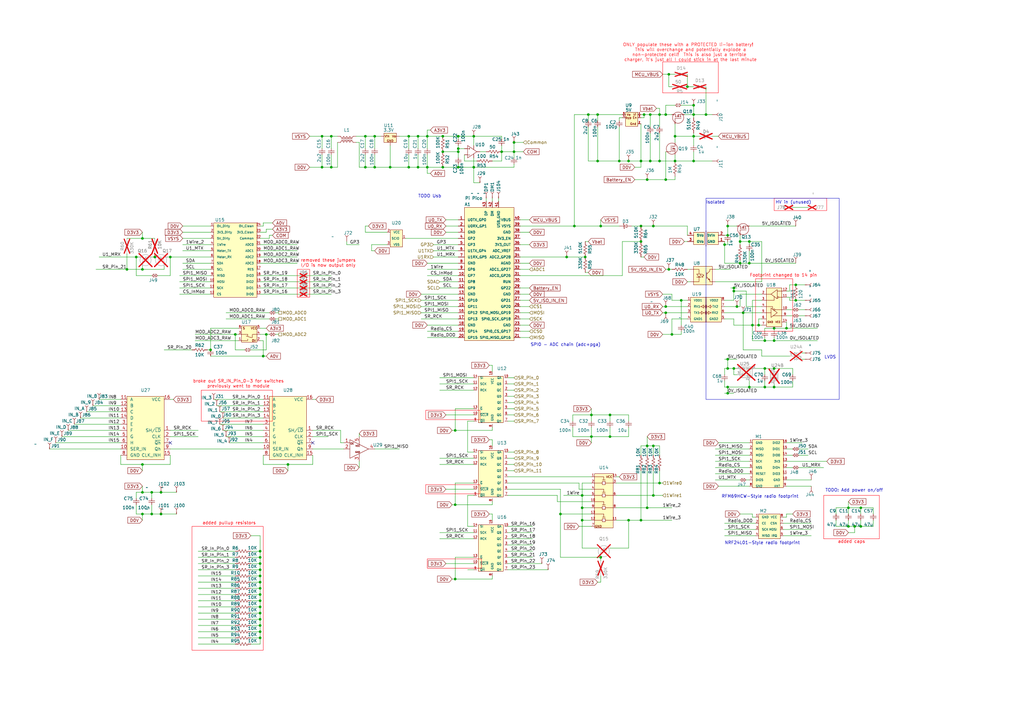
<source format=kicad_sch>
(kicad_sch (version 20231120) (generator "eeschema") (generator_version "8.0")
  (paper "A3")
  (junction (at 307.34 158.75))
  (junction (at 266.7 46.99))
  (junction (at 241.3 46.99))
  (junction (at 300.99 151.13))
  (junction (at 232.41 105.41))
  (junction (at 265.43 208.28))
  (junction (at 210.82 62.23))
  (junction (at 245.11 66.04))
  (junction (at 279.4 123.19))
  (junction (at 181.61 55.88))
  (junction (at 317.5 151.13))
  (junction (at 187.96 68.58))
  (junction (at 86.36 143.51))
  (junction (at 262.89 92.71))
  (junction (at 194.31 68.58))
  (junction (at 265.43 73.66))
  (junction (at 135.89 68.58))
  (junction (at 55.88 105.41))
  (junction (at 270.51 66.04))
  (junction (at 106.68 254))
  (junction (at 250.19 170.18))
  (junction (at 298.45 92.71))
  (junction (at 302.26 125.73))
  (junction (at 187.96 62.23))
  (junction (at 300.99 118.11))
  (junction (at 284.48 43.18))
  (junction (at 66.04 201.93))
  (junction (at 167.64 68.58))
  (junction (at 273.05 46.99))
  (junction (at 347.98 215.9))
  (junction (at 187.96 55.88))
  (junction (at 242.57 170.18))
  (junction (at 298.45 161.29))
  (junction (at 106.68 261.62))
  (junction (at 106.68 243.84))
  (junction (at 171.45 55.88))
  (junction (at 186.69 237.49))
  (junction (at 300.99 119.38))
  (junction (at 106.68 259.08))
  (junction (at 289.56 46.99))
  (junction (at 238.76 213.36))
  (junction (at 313.69 151.13))
  (junction (at 267.97 92.71))
  (junction (at 186.69 207.01))
  (junction (at 313.69 158.75))
  (junction (at 298.45 147.32))
  (junction (at 63.5 105.41))
  (junction (at 62.23 210.82))
  (junction (at 284.48 46.99))
  (junction (at 298.45 151.13))
  (junction (at 186.69 176.53))
  (junction (at 187.96 60.96))
  (junction (at 106.68 236.22))
  (junction (at 58.42 210.82))
  (junction (at 313.69 139.7))
  (junction (at 262.89 66.04))
  (junction (at 257.81 66.04))
  (junction (at 109.22 137.16))
  (junction (at 205.74 62.23))
  (junction (at 311.15 133.35))
  (junction (at 194.31 55.88))
  (junction (at 149.86 68.58))
  (junction (at 181.61 68.58))
  (junction (at 106.68 246.38))
  (junction (at 274.32 110.49))
  (junction (at 257.81 213.36))
  (junction (at 160.02 68.58))
  (junction (at 304.8 128.27))
  (junction (at 267.97 203.2))
  (junction (at 107.95 146.05))
  (junction (at 276.86 55.88))
  (junction (at 273.05 128.27))
  (junction (at 69.85 105.41))
  (junction (at 273.05 125.73))
  (junction (at 171.45 68.58))
  (junction (at 270.51 46.99))
  (junction (at 118.11 190.5))
  (junction (at 238.76 208.28))
  (junction (at 106.68 238.76))
  (junction (at 246.38 92.71))
  (junction (at 297.18 100.33))
  (junction (at 273.05 73.66))
  (junction (at 284.48 55.88))
  (junction (at 307.34 99.06))
  (junction (at 62.23 201.93))
  (junction (at 322.58 134.62))
  (junction (at 106.68 241.3))
  (junction (at 135.89 55.88))
  (junction (at 149.86 55.88))
  (junction (at 254 66.04))
  (junction (at 276.86 66.04))
  (junction (at 265.43 182.88))
  (junction (at 238.76 203.2))
  (junction (at 96.52 137.16))
  (junction (at 106.68 251.46))
  (junction (at 181.61 62.23))
  (junction (at 245.11 46.99))
  (junction (at 353.06 208.28))
  (junction (at 262.89 213.36))
  (junction (at 210.82 58.42))
  (junction (at 350.52 215.9))
  (junction (at 317.5 158.75))
  (junction (at 347.98 208.28))
  (junction (at 275.59 137.16))
  (junction (at 317.5 134.62))
  (junction (at 326.39 116.84))
  (junction (at 106.68 233.68))
  (junction (at 267.97 182.88))
  (junction (at 132.08 55.88))
  (junction (at 132.08 68.58))
  (junction (at 240.03 105.41))
  (junction (at 307.34 107.95))
  (junction (at 175.26 68.58))
  (junction (at 167.64 55.88))
  (junction (at 106.68 226.06))
  (junction (at 298.45 158.75))
  (junction (at 317.5 139.7))
  (junction (at 281.94 35.56))
  (junction (at 58.42 190.5))
  (junction (at 246.38 228.6))
  (junction (at 153.67 68.58))
  (junction (at 274.32 30.48))
  (junction (at 229.87 210.82))
  (junction (at 262.89 99.06))
  (junction (at 303.53 107.95))
  (junction (at 264.16 46.99))
  (junction (at 58.42 97.79))
  (junction (at 284.48 66.04))
  (junction (at 106.68 248.92))
  (junction (at 106.68 231.14))
  (junction (at 58.42 110.49))
  (junction (at 235.585 92.71))
  (junction (at 106.68 256.54))
  (junction (at 58.42 201.93))
  (junction (at 270.51 198.12))
  (junction (at 106.68 228.6))
  (junction (at 52.07 110.49))
  (junction (at 250.19 179.07))
  (junction (at 175.26 55.88))
  (junction (at 303.53 99.06))
  (junction (at 266.7 66.04))
  (junction (at 66.04 210.82))
  (junction (at 326.39 123.19))
  (junction (at 242.57 179.07))
  (junction (at 308.61 133.35))
  (junction (at 153.67 55.88))
  (junction (at 353.06 215.9))
  (junction (at 298.45 96.52))
  (no_connect (at 69.85 181.61))
  (no_connect (at 128.27 181.61))
  (wire (pts (xy 106.68 256.54) (xy 106.68 259.08)))
  (wire (pts (xy 274.32 30.48) (xy 274.32 35.56)))
  (wire (pts (xy 297.18 125.73) (xy 302.26 125.73)))
  (wire (pts (xy 265.43 208.28) (xy 275.59 208.28)))
  (wire (pts (xy 74.93 100.33) (xy 86.36 100.33)))
  (wire (pts (xy 69.85 190.5) (xy 69.85 186.69)))
  (wire (pts (xy 147.32 58.42) (xy 147.32 68.58)))
  (wire (pts (xy 149.86 95.25) (xy 149.86 92.71)))
  (wire (pts (xy 280.67 46.99) (xy 284.48 46.99)))
  (wire (pts (xy 242.57 179.07) (xy 250.19 179.07)))
  (wire (pts (xy 190.5 63.5) (xy 190.5 66.04)))
  (wire (pts (xy 172.72 123.19) (xy 187.96 123.19)))
  (wire (pts (xy 175.26 138.43) (xy 187.96 138.43)))
  (wire (pts (xy 171.45 60.96) (xy 171.45 55.88)))
  (wire (pts (xy 81.28 241.3) (xy 96.52 241.3)))
  (wire (pts (xy 262.89 105.41) (xy 264.16 105.41)))
  (wire (pts (xy 298.45 147.32) (xy 298.45 151.13)))
  (wire (pts (xy 271.78 128.27) (xy 273.05 128.27)))
  (wire (pts (xy 276.86 66.04) (xy 284.48 66.04)))
  (wire (pts (xy 69.85 113.03) (xy 69.85 105.41)))
  (wire (pts (xy 317.5 138.43) (xy 317.5 139.7)))
  (wire (pts (xy 293.37 196.85) (xy 303.53 196.85)))
  (wire (pts (xy 264.16 48.26) (xy 264.16 46.99)))
  (wire (pts (xy 266.7 46.99) (xy 266.7 52.07)))
  (wire (pts (xy 208.28 198.12) (xy 237.49 198.12)))
  (wire (pts (xy 149.86 55.88) (xy 149.86 60.96)))
  (wire (pts (xy 213.36 138.43) (xy 217.17 138.43)))
  (wire (pts (xy 279.4 123.19) (xy 279.4 133.35)))
  (wire (pts (xy 323.85 121.92) (xy 323.85 123.19)))
  (wire (pts (xy 180.34 218.44) (xy 194.31 218.44)))
  (wire (pts (xy 106.68 241.3) (xy 106.68 243.84)))
  (wire (pts (xy 106.68 254) (xy 106.68 256.54)))
  (wire (pts (xy 304.8 128.27) (xy 312.42 128.27)))
  (wire (pts (xy 297.18 128.27) (xy 304.8 128.27)))
  (wire (pts (xy 313.69 139.7) (xy 317.5 139.7)))
  (wire (pts (xy 208.28 220.98) (xy 218.44 220.98)))
  (wire (pts (xy 186.69 207.01) (xy 201.93 207.01)))
  (wire (pts (xy 58.42 190.5) (xy 69.85 190.5)))
  (wire (pts (xy 175.26 55.88) (xy 171.45 55.88)))
  (wire (pts (xy 62.23 210.82) (xy 66.04 210.82)))
  (wire (pts (xy 175.26 113.03) (xy 187.96 113.03)))
  (wire (pts (xy 81.28 256.54) (xy 96.52 256.54)))
  (wire (pts (xy 187.96 62.23) (xy 181.61 62.23)))
  (wire (pts (xy 298.45 100.33) (xy 297.18 100.33)))
  (wire (pts (xy 81.28 238.76) (xy 96.52 238.76)))
  (wire (pts (xy 80.01 137.16) (xy 96.52 137.16)))
  (wire (pts (xy 328.93 144.78) (xy 330.2 144.78)))
  (wire (pts (xy 262.89 66.04) (xy 262.89 68.58)))
  (wire (pts (xy 187.96 59.69) (xy 187.96 60.96)))
  (wire (pts (xy 213.36 90.17) (xy 217.17 90.17)))
  (wire (pts (xy 241.3 46.99) (xy 241.3 49.53)))
  (wire (pts (xy 262.89 66.04) (xy 266.7 66.04)))
  (wire (pts (xy 58.42 210.82) (xy 62.23 210.82)))
  (wire (pts (xy 74.93 92.71) (xy 86.36 92.71)))
  (wire (pts (xy 322.58 119.38) (xy 323.85 119.38)))
  (wire (pts (xy 210.82 58.42) (xy 210.82 62.23)))
  (wire (pts (xy 294.64 199.39) (xy 307.34 199.39)))
  (wire (pts (xy 246.38 92.71) (xy 254 92.71)))
  (wire (pts (xy 106.68 264.16) (xy 102.87 264.16)))
  (wire (pts (xy 128.27 179.07) (xy 134.62 179.07)))
  (wire (pts (xy 280.67 99.06) (xy 281.94 99.06)))
  (wire (pts (xy 289.56 46.99) (xy 292.1 46.99)))
  (wire (pts (xy 242.57 179.07) (xy 242.57 181.61)))
  (wire (pts (xy 96.52 137.16) (xy 97.79 137.16)))
  (wire (pts (xy 194.31 228.6) (xy 186.69 228.6)))
  (wire (pts (xy 55.88 210.82) (xy 58.42 210.82)))
  (wire (pts (xy 229.87 200.66) (xy 229.87 210.82)))
  (wire (pts (xy 276.86 72.39) (xy 276.86 73.66)))
  (wire (pts (xy 307.34 102.87) (xy 307.34 107.95)))
  (wire (pts (xy 294.64 181.61) (xy 307.34 181.61)))
  (wire (pts (xy 302.26 125.73) (xy 303.53 125.73)))
  (wire (pts (xy 175.26 53.34) (xy 176.53 53.34)))
  (wire (pts (xy 358.14 215.9) (xy 353.06 215.9)))
  (wire (pts (xy 214.63 58.42) (xy 210.82 58.42)))
  (wire (pts (xy 303.53 120.65) (xy 312.42 120.65)))
  (wire (pts (xy 106.68 259.08) (xy 106.68 261.62)))
  (wire (pts (xy 113.03 130.81) (xy 114.3 130.81)))
  (wire (pts (xy 140.97 181.61) (xy 139.7 181.61)))
  (wire (pts (xy 281.94 30.48) (xy 281.94 35.56)))
  (wire (pts (xy 106.68 231.14) (xy 102.87 231.14)))
  (wire (pts (xy 171.45 68.58) (xy 167.64 68.58)))
  (wire (pts (xy 229.87 210.82) (xy 229.87 228.6)))
  (wire (pts (xy 245.11 46.99) (xy 245.11 49.53)))
  (wire (pts (xy 175.26 110.49) (xy 187.96 110.49)))
  (wire (pts (xy 87.63 163.83) (xy 107.95 163.83)))
  (wire (pts (xy 81.28 233.68) (xy 96.52 233.68)))
  (wire (pts (xy 300.99 133.35) (xy 300.99 130.81)))
  (wire (pts (xy 293.37 110.49) (xy 299.72 110.49)))
  (wire (pts (xy 30.48 173.99) (xy 49.53 173.99)))
  (wire (pts (xy 149.86 92.71) (xy 151.13 92.71)))
  (wire (pts (xy 213.36 107.95) (xy 217.17 107.95)))
  (wire (pts (xy 185.42 207.01) (xy 186.69 207.01)))
  (wire (pts (xy 350.52 218.44) (xy 350.52 215.9)))
  (wire (pts (xy 313.69 158.75) (xy 317.5 158.75)))
  (wire (pts (xy 270.51 198.12) (xy 271.78 198.12)))
  (wire (pts (xy 264.16 46.99) (xy 266.7 46.99)))
  (wire (pts (xy 228.6 205.74) (xy 242.57 205.74)))
  (wire (pts (xy 273.05 62.23) (xy 273.05 73.66)))
  (wire (pts (xy 187.96 68.58) (xy 181.61 68.58)))
  (wire (pts (xy 213.36 113.03) (xy 255.27 113.03)))
  (wire (pts (xy 307.34 158.75) (xy 307.34 156.21)))
  (wire (pts (xy 106.68 226.06) (xy 106.68 228.6)))
  (wire (pts (xy 300.99 118.11) (xy 300.99 119.38)))
  (wire (pts (xy 327.66 191.77) (xy 337.82 191.77)))
  (wire (pts (xy 81.28 226.06) (xy 96.52 226.06)))
  (wire (pts (xy 128.27 190.5) (xy 128.27 186.69)))
  (wire (pts (xy 242.57 208.28) (xy 238.76 208.28)))
  (wire (pts (xy 40.64 105.41) (xy 55.88 105.41)))
  (wire (pts (xy 311.15 133.35) (xy 312.42 133.35)))
  (wire (pts (xy 269.24 44.45) (xy 270.51 44.45)))
  (wire (pts (xy 175.26 107.95) (xy 187.96 107.95)))
  (wire (pts (xy 293.37 191.77) (xy 307.34 191.77)))
  (wire (pts (xy 177.8 105.41) (xy 187.96 105.41)))
  (wire (pts (xy 55.88 105.41) (xy 57.15 105.41)))
  (wire (pts (xy 180.34 157.48) (xy 194.31 157.48)))
  (wire (pts (xy 106.68 238.76) (xy 106.68 241.3)))
  (wire (pts (xy 182.88 90.17) (xy 187.96 90.17)))
  (wire (pts (xy 58.42 199.39) (xy 58.42 201.93)))
  (wire (pts (xy 113.03 137.16) (xy 114.3 137.16)))
  (wire (pts (xy 213.36 92.71) (xy 235.585 92.71)))
  (wire (pts (xy 281.94 96.52) (xy 281.94 92.71)))
  (wire (pts (xy 182.88 92.71) (xy 187.96 92.71)))
  (wire (pts (xy 327.66 127) (xy 330.2 127)))
  (wire (pts (xy 245.11 66.04) (xy 254 66.04)))
  (wire (pts (xy 149.86 55.88) (xy 146.05 55.88)))
  (wire (pts (xy 58.42 201.93) (xy 62.23 201.93)))
  (wire (pts (xy 106.68 139.7) (xy 107.95 139.7)))
  (wire (pts (xy 245.11 224.79) (xy 238.76 224.79)))
  (wire (pts (xy 257.81 170.18) (xy 250.19 170.18)))
  (wire (pts (xy 191.77 215.9) (xy 194.31 215.9)))
  (wire (pts (xy 255.27 113.03) (xy 255.27 99.06)))
  (wire (pts (xy 156.21 55.88) (xy 153.67 55.88)))
  (wire (pts (xy 234.95 170.18) (xy 242.57 170.18)))
  (wire (pts (xy 138.43 58.42) (xy 138.43 68.58)))
  (wire (pts (xy 298.45 161.29) (xy 300.99 161.29)))
  (wire (pts (xy 213.36 105.41) (xy 232.41 105.41)))
  (wire (pts (xy 327.66 129.54) (xy 330.2 129.54)))
  (wire (pts (xy 300.99 133.35) (xy 308.61 133.35)))
  (wire (pts (xy 181.61 68.58) (xy 175.26 68.58)))
  (wire (pts (xy 74.93 110.49) (xy 86.36 110.49)))
  (wire (pts (xy 69.85 184.15) (xy 107.95 184.15)))
  (wire (pts (xy 262.89 182.88) (xy 262.89 186.69)))
  (wire (pts (xy 284.48 55.88) (xy 276.86 55.88)))
  (wire (pts (xy 177.8 102.87) (xy 187.96 102.87)))
  (wire (pts (xy 106.68 115.57) (xy 123.19 115.57)))
  (wire (pts (xy 270.51 182.88) (xy 267.97 182.88)))
  (wire (pts (xy 213.36 110.49) (xy 217.17 110.49)))
  (wire (pts (xy 106.68 228.6) (xy 106.68 231.14)))
  (wire (pts (xy 284.48 46.99) (xy 284.48 48.26)))
  (wire (pts (xy 257.81 175.26) (xy 257.81 179.07)))
  (wire (pts (xy 180.34 190.5) (xy 194.31 190.5)))
  (wire (pts (xy 106.68 254) (xy 102.87 254)))
  (wire (pts (xy 242.57 170.18) (xy 242.57 172.72)))
  (wire (pts (xy 231.14 203.2) (xy 238.76 203.2)))
  (wire (pts (xy 325.12 85.09) (xy 331.47 85.09)))
  (wire (pts (xy 40.64 163.83) (xy 49.53 163.83)))
  (wire (pts (xy 265.43 193.04) (xy 265.43 208.28)))
  (wire (pts (xy 252.73 208.28) (xy 265.43 208.28)))
  (wire (pts (xy 332.74 196.85) (xy 322.58 196.85)))
  (wire (pts (xy 182.88 170.18) (xy 194.31 170.18)))
  (wire (pts (xy 250.19 224.79) (xy 257.81 224.79)))
  (wire (pts (xy 208.28 215.9) (xy 218.44 215.9)))
  (wire (pts (xy 106.68 236.22) (xy 106.68 238.76)))
  (wire (pts (xy 298.45 99.06) (xy 298.45 100.33)))
  (wire (pts (xy 106.68 251.46) (xy 102.87 251.46)))
  (wire (pts (xy 327.66 184.15) (xy 331.47 184.15)))
  (wire (pts (xy 308.61 212.09) (xy 309.88 212.09)))
  (wire (pts (xy 322.58 210.82) (xy 325.12 210.82)))
  (wire (pts (xy 297.18 151.13) (xy 298.45 151.13)))
  (wire (pts (xy 191.77 203.2) (xy 191.77 215.9)))
  (wire (pts (xy 39.37 110.49) (xy 52.07 110.49)))
  (wire (pts (xy 265.43 179.07) (xy 265.43 182.88)))
  (wire (pts (xy 201.93 237.49) (xy 201.93 236.22)))
  (wire (pts (xy 181.61 55.88) (xy 175.26 55.88)))
  (wire (pts (xy 147.32 177.8) (xy 147.32 179.07)))
  (wire (pts (xy 200.66 210.82) (xy 201.93 210.82)))
  (wire (pts (xy 69.85 105.41) (xy 86.36 105.41)))
  (wire (pts (xy 250.19 179.07) (xy 250.19 175.26)))
  (wire (pts (xy 297.18 156.21) (xy 297.18 158.75)))
  (wire (pts (xy 213.36 118.11) (xy 217.17 118.11)))
  (wire (pts (xy 267.97 203.2) (xy 271.78 203.2)))
  (wire (pts (xy 267.97 182.88) (xy 267.97 186.69)))
  (wire (pts (xy 167.64 55.88) (xy 163.83 55.88)))
  (wire (pts (xy 313.69 156.21) (xy 313.69 158.75)))
  (wire (pts (xy 118.11 190.5) (xy 118.11 193.04)))
  (wire (pts (xy 246.38 228.6) (xy 246.38 229.87)))
  (wire (pts (xy 96.52 143.51) (xy 96.52 137.16)))
  (wire (pts (xy 106.68 246.38) (xy 106.68 248.92)))
  (wire (pts (xy 22.86 181.61) (xy 49.53 181.61)))
  (wire (pts (xy 69.85 176.53) (xy 81.28 176.53)))
  (wire (pts (xy 147.32 189.23) (xy 147.32 191.77)))
  (wire (pts (xy 213.36 95.25) (xy 217.17 95.25)))
  (wire (pts (xy 194.31 233.68) (xy 191.77 233.68)))
  (wire (pts (xy 138.43 68.58) (xy 135.89 68.58)))
  (wire (pts (xy 326.39 123.19) (xy 330.2 123.19)))
  (wire (pts (xy 303.53 125.73) (xy 303.53 120.65)))
  (wire (pts (xy 73.66 118.11) (xy 86.36 118.11)))
  (wire (pts (xy 306.07 119.38) (xy 300.99 119.38)))
  (wire (pts (xy 106.68 134.62) (xy 109.22 134.62)))
  (wire (pts (xy 106.68 100.33) (xy 121.92 100.33)))
  (wire (pts (xy 234.95 175.26) (xy 234.95 179.07)))
  (wire (pts (xy 297.18 147.32) (xy 298.45 147.32)))
  (wire (pts (xy 201.93 149.86) (xy 201.93 152.4)))
  (wire (pts (xy 81.28 251.46) (xy 96.52 251.46)))
  (wire (pts (xy 81.28 259.08) (xy 96.52 259.08)))
  (wire (pts (xy 281.94 110.49) (xy 283.21 110.49)))
  (wire (pts (xy 194.31 167.64) (xy 186.69 167.64)))
  (wire (pts (xy 149.86 68.58) (xy 153.67 68.58)))
  (wire (pts (xy 284.48 59.69) (xy 284.48 55.88)))
  (wire (pts (xy 306.07 125.73) (xy 312.42 125.73)))
  (wire (pts (xy 208.28 200.66) (xy 229.87 200.66)))
  (wire (pts (xy 275.59 120.65) (xy 275.59 123.19)))
  (wire (pts (xy 69.85 179.07) (xy 81.28 179.07)))
  (wire (pts (xy 303.53 107.95) (xy 307.34 107.95)))
  (wire (pts (xy 308.61 210.82) (xy 308.61 212.09)))
  (wire (pts (xy 275.59 130.81) (xy 281.94 130.81)))
  (wire (pts (xy 303.53 99.06) (xy 303.53 100.33)))
  (wire (pts (xy 135.89 55.88) (xy 135.89 60.96)))
  (wire (pts (xy 281.94 115.57) (xy 283.21 115.57)))
  (wire (pts (xy 265.43 73.66) (xy 273.05 73.66)))
  (wire (pts (xy 73.66 113.03) (xy 86.36 113.03)))
  (wire (pts (xy 152.4 102.87) (xy 152.4 100.33)))
  (wire (pts (xy 297.18 217.17) (xy 309.88 217.17)))
  (wire (pts (xy 281.94 35.56) (xy 284.48 35.56)))
  (wire (pts (xy 300.99 153.67) (xy 300.99 151.13)))
  (wire (pts (xy 267.97 92.71) (xy 281.94 92.71)))
  (wire (pts (xy 313.69 134.62) (xy 313.69 135.89)))
  (wire (pts (xy 271.78 30.48) (xy 274.32 30.48)))
  (wire (pts (xy 322.58 189.23) (xy 339.09 189.23)))
  (wire (pts (xy 300.99 151.13) (xy 302.26 151.13)))
  (wire (pts (xy 180.34 160.02) (xy 194.31 160.02)))
  (wire (pts (xy 187.96 55.88) (xy 187.96 57.15)))
  (wire (pts (xy 196.85 74.93) (xy 194.31 74.93)))
  (wire (pts (xy 210.82 187.96) (xy 208.28 187.96)))
  (wire (pts (xy 238.76 198.12) (xy 238.76 203.2)))
  (wire (pts (xy 238.76 213.36) (xy 238.76 208.28)))
  (wire (pts (xy 271.78 125.73) (xy 273.05 125.73)))
  (wire (pts (xy 172.72 125.73) (xy 187.96 125.73)))
  (wire (pts (xy 322.58 210.82) (xy 322.58 212.09)))
  (wire (pts (xy 86.36 134.62) (xy 97.79 134.62)))
  (wire (pts (xy 322.58 184.15) (xy 325.12 184.15)))
  (wire (pts (xy 289.56 35.56) (xy 289.56 46.99)))
  (wire (pts (xy 274.32 35.56) (xy 275.59 35.56)))
  (wire (pts (xy 279.4 137.16) (xy 275.59 137.16)))
  (wire (pts (xy 284.48 46.99) (xy 289.56 46.99)))
  (wire (pts (xy 292.1 66.04) (xy 284.48 66.04)))
  (wire (pts (xy 238.76 208.28) (xy 238.76 203.2)))
  (wire (pts (xy 353.06 208.28) (xy 347.98 208.28)))
  (wire (pts (xy 276.86 63.5) (xy 276.86 66.04)))
  (wire (pts (xy 81.28 231.14) (xy 96.52 231.14)))
  (wire (pts (xy 262.89 50.8) (xy 262.89 66.04)))
  (wire (pts (xy 306.07 125.73) (xy 306.07 119.38)))
  (wire (pts (xy 81.28 248.92) (xy 96.52 248.92)))
  (wire (pts (xy 93.98 181.61) (xy 107.95 181.61)))
  (wire (pts (xy 194.31 64.77) (xy 194.31 68.58)))
  (wire (pts (xy 347.98 218.44) (xy 350.52 218.44)))
  (wire (pts (xy 293.37 184.15) (xy 307.34 184.15)))
  (wire (pts (xy 66.04 201.93) (xy 72.39 201.93)))
  (wire (pts (xy 152.4 100.33) (xy 158.75 100.33)))
  (wire (pts (xy 257.81 213.36) (xy 262.89 213.36)))
  (wire (pts (xy 132.08 55.88) (xy 135.89 55.88)))
  (wire (pts (xy 273.05 110.49) (xy 274.32 110.49)))
  (wire (pts (xy 307.34 92.71) (xy 326.39 92.71)))
  (wire (pts (xy 321.31 219.71) (xy 332.74 219.71)))
  (wire (pts (xy 106.68 261.62) (xy 106.68 264.16)))
  (wire (pts (xy 208.28 226.06) (xy 218.44 226.06)))
  (wire (pts (xy 74.93 107.95) (xy 86.36 107.95)))
  (wire (pts (xy 106.68 233.68) (xy 106.68 236.22)))
  (wire (pts (xy 109.22 143.51) (xy 109.22 137.16)))
  (wire (pts (xy 186.69 198.12) (xy 186.69 207.01)))
  (wire (pts (xy 255.27 48.26) (xy 254 48.26)))
  (wire (pts (xy 107.95 190.5) (xy 118.11 190.5)))
  (wire (pts (xy 307.34 99.06) (xy 312.42 99.06)))
  (wire (pts (xy 172.72 130.81) (xy 187.96 130.81)))
  (wire (pts (xy 102.87 219.71) (xy 106.68 219.71)))
  (wire (pts (xy 297.18 96.52) (xy 298.45 96.52)))
  (wire (pts (xy 107.95 91.44) (xy 107.95 92.71)))
  (wire (pts (xy 327.66 186.69) (xy 331.47 186.69)))
  (wire (pts (xy 187.96 68.58) (xy 194.31 68.58)))
  (wire (pts (xy 307.34 158.75) (xy 313.69 158.75)))
  (wire (pts (xy 177.8 100.33) (xy 187.96 100.33)))
  (wire (pts (xy 242.57 213.36) (xy 238.76 213.36)))
  (wire (pts (xy 186.69 237.49) (xy 201.93 237.49)))
  (wire (pts (xy 86.36 134.62) (xy 86.36 143.51)))
  (wire (pts (xy 300.99 130.81) (xy 297.18 130.81)))
  (wire (pts (xy 81.28 264.16) (xy 96.52 264.16)))
  (wire (pts (xy 33.02 171.45) (xy 49.53 171.45)))
  (wire (pts (xy 213.36 133.35) (xy 217.17 133.35)))
  (wire (pts (xy 347.98 208.28) (xy 347.98 210.82)))
  (wire (pts (xy 257.81 224.79) (xy 257.81 213.36)))
  (wire (pts (xy 52.07 97.79) (xy 58.42 97.79)))
  (wire (pts (xy 113.03 128.27) (xy 114.3 128.27)))
  (wire (pts (xy 322.58 129.54) (xy 325.12 129.54)))
  (wire (pts (xy 238.76 224.79) (xy 238.76 213.36)))
  (wire (pts (xy 260.35 73.66) (xy 265.43 73.66)))
  (wire (pts (xy 312.42 123.19) (xy 308.61 123.19)))
  (wire (pts (xy 323.85 119.38) (xy 323.85 116.84)))
  (wire (pts (xy 279.4 123.19) (xy 281.94 123.19)))
  (wire (pts (xy 204.47 81.28) (xy 204.47 82.55)))
  (wire (pts (xy 235.585 92.71) (xy 246.38 92.71)))
  (wire (pts (xy 208.28 203.2) (xy 228.6 203.2)))
  (wire (pts (xy 210.82 190.5) (xy 208.28 190.5)))
  (wire (pts (xy 353.06 215.9) (xy 350.52 215.9)))
  (wire (pts (xy 303.53 106.68) (xy 303.53 107.95)))
  (wire (pts (xy 273.05 73.66) (xy 276.86 73.66)))
  (wire (pts (xy 210.82 62.23) (xy 214.63 62.23)))
  (wire (pts (xy 254 52.07) (xy 254 66.04)))
  (wire (pts (xy 342.9 210.82) (xy 342.9 208.28)))
  (wire (pts (xy 201.93 176.53) (xy 201.93 175.26)))
  (wire (pts (xy 303.53 99.06) (xy 307.34 99.06)))
  (wire (pts (xy 200.66 149.86) (xy 201.93 149.86)))
  (wire (pts (xy 58.42 210.82) (xy 58.42 213.36)))
  (wire (pts (xy 49.53 190.5) (xy 58.42 190.5)))
  (wire (pts (xy 322.58 121.92) (xy 323.85 121.92)))
  (wire (pts (xy 270.51 46.99) (xy 273.05 46.99)))
  (wire (pts (xy 205.74 55.88) (xy 194.31 55.88)))
  (wire (pts (xy 35.56 168.91) (xy 49.53 168.91)))
  (wire (pts (xy 194.31 203.2) (xy 191.77 203.2)))
  (wire (pts (xy 238.76 203.2) (xy 242.57 203.2)))
  (wire (pts (xy 67.31 109.22) (xy 67.31 110.49)))
  (wire (pts (xy 322.58 212.09) (xy 321.31 212.09)))
  (wire (pts (xy 317.5 139.7) (xy 335.28 139.7)))
  (wire (pts (xy 142.24 99.06) (xy 142.24 100.33)))
  (wire (pts (xy 245.11 52.07) (xy 245.11 66.04)))
  (wire (pts (xy 297.18 219.71) (xy 309.88 219.71)))
  (wire (pts (xy 235.585 46.99) (xy 235.585 92.71)))
  (wire (pts (xy 73.66 120.65) (xy 86.36 120.65)))
  (wire (pts (xy 20.32 184.15) (xy 49.53 184.15)))
  (wire (pts (xy 81.28 236.22) (xy 96.52 236.22)))
  (wire (pts (xy 205.74 59.69) (xy 205.74 62.23)))
  (wire (pts (xy 308.61 139.7) (xy 313.69 139.7)))
  (wire (pts (xy 107.95 146.05) (xy 107.95 139.7)))
  (wire (pts (xy 153.67 55.88) (xy 153.67 60.96)))
  (wire (pts (xy 175.26 71.12) (xy 175.26 68.58)))
  (wire (pts (xy 241.3 66.04) (xy 245.11 66.04)))
  (wire (pts (xy 267.97 182.88) (xy 265.43 182.88)))
  (wire (pts (xy 300.99 119.38) (xy 300.99 123.19)))
  (wire (pts (xy 213.36 130.81) (xy 217.17 130.81)))
  (wire (pts (xy 142.24 100.33) (xy 147.32 100.33)))
  (wire (pts (xy 109.22 95.25) (xy 106.68 95.25)))
  (wire (pts (xy 293.37 115.57) (xy 312.42 115.57)))
  (wire (pts (xy 312.42 99.06) (xy 312.42 115.57)))
  (wire (pts (xy 255.27 99.06) (xy 262.89 99.06)))
  (wire (pts (xy 110.49 96.52) (xy 110.49 97.79)))
  (wire (pts (xy 111.76 91.44) (xy 107.95 91.44)))
  (wire (pts (xy 109.22 137.16) (xy 110.49 137.16)))
  (wire (pts (xy 106.68 256.54) (xy 102.87 256.54)))
  (wire (pts (xy 106.68 137.16) (xy 109.22 137.16)))
  (wire (pts (xy 276.86 50.8) (xy 276.86 55.88)))
  (wire (pts (xy 213.36 128.27) (xy 217.17 128.27)))
  (wire (pts (xy 85.09 143.51) (xy 86.36 143.51)))
  (wire (pts (xy 210.82 165.1) (xy 208.28 165.1)))
  (wire (pts (xy 326.39 116.84) (xy 330.2 116.84)))
  (wire (pts (xy 270.51 193.04) (xy 270.51 198.12)))
  (wire (pts (xy 298.45 92.71) (xy 302.26 92.71)))
  (wire (pts (xy 167.64 60.96) (xy 167.64 55.88)))
  (wire (pts (xy 191.77 185.42) (xy 194.31 185.42)))
  (wire (pts (xy 81.28 243.84) (xy 96.52 243.84)))
  (wire (pts (xy 275.59 123.19) (xy 279.4 123.19)))
  (wire (pts (xy 91.44 171.45) (xy 107.95 171.45)))
  (wire (pts (xy 241.3 46.99) (xy 245.11 46.99)))
  (wire (pts (xy 276.86 55.88) (xy 276.86 58.42)))
  (wire (pts (xy 182.88 200.66) (xy 194.31 200.66)))
  (wire (pts (xy 205.74 62.23) (xy 210.82 62.23)))
  (wire (pts (xy 292.1 55.88) (xy 294.64 55.88)))
  (wire (pts (xy 308.61 133.35) (xy 311.15 133.35)))
  (wire (pts (xy 180.34 220.98) (xy 194.31 220.98)))
  (wire (pts (xy 242.57 200.66) (xy 237.49 200.66)))
  (wire (pts (xy 208.28 195.58) (xy 242.57 195.58)))
  (wire (pts (xy 132.08 68.58) (xy 135.89 68.58)))
  (wire (pts (xy 81.28 228.6) (xy 96.52 228.6)))
  (wire (pts (xy 106.68 259.08) (xy 102.87 259.08)))
  (wire (pts (xy 297.18 99.06) (xy 297.18 100.33)))
  (wire (pts (xy 175.26 133.35) (xy 187.96 133.35)))
  (wire (pts (xy 299.72 118.11) (xy 300.99 118.11)))
  (wire (pts (xy 125.73 120.65) (xy 135.89 120.65)))
  (wire (pts (xy 252.73 203.2) (xy 267.97 203.2)))
  (wire (pts (xy 265.43 182.88) (xy 262.89 182.88)))
  (wire (pts (xy 106.68 243.84) (xy 106.68 246.38)))
  (wire (pts (xy 342.9 208.28) (xy 347.98 208.28)))
  (wire (pts (xy 106.68 118.11) (xy 123.19 118.11)))
  (wire (pts (xy 166.37 97.79) (xy 187.96 97.79)))
  (wire (pts (xy 210.82 62.23) (xy 210.82 64.77)))
  (wire (pts (xy 262.89 213.36) (xy 275.59 213.36)))
  (wire (pts (xy 205.74 57.15) (xy 205.74 55.88)))
  (wire (pts (xy 266.7 66.04) (xy 270.51 66.04)))
  (wire (pts (xy 127 68.58) (xy 132.08 68.58)))
  (wire (pts (xy 311.15 130.81) (xy 312.42 130.81)))
  (wire (pts (xy 302.26 153.67) (xy 300.99 153.67)))
  (wire (pts (xy 279.4 43.18) (xy 284.48 43.18)))
  (wire (pts (xy 312.42 143.51) (xy 304.8 143.51)))
  (wire (pts (xy 194.31 74.93) (xy 194.31 68.58)))
  (wire (pts (xy 273.05 128.27) (xy 281.94 128.27)))
  (wire (pts (xy 347.98 213.36) (xy 347.98 215.9)))
  (wire (pts (xy 246.38 228.6) (xy 229.87 228.6)))
  (wire (pts (xy 106.68 246.38) (xy 102.87 246.38)))
  (wire (pts (xy 210.82 162.56) (xy 208.28 162.56)))
  (wire (pts (xy 312.42 146.05) (xy 312.42 143.51)))
  (wire (pts (xy 129.54 163.83) (xy 128.27 163.83)))
  (wire (pts (xy 322.58 181.61) (xy 328.93 181.61)))
  (wire (pts (xy 67.31 110.49) (xy 58.42 110.49)))
  (wire (pts (xy 175.26 53.34) (xy 175.26 55.88)))
  (wire (pts (xy 297.18 161.29) (xy 298.45 161.29)))
  (wire (pts (xy 245.11 46.99) (xy 255.27 46.99)))
  (wire (pts (xy 182.88 231.14) (xy 194.31 231.14)))
  (wire (pts (xy 74.93 102.87) (xy 86.36 102.87)))
  (wire (pts (xy 323.85 146.05) (xy 312.42 146.05)))
  (wire (pts (xy 317.5 134.62) (xy 317.5 135.89)))
  (wire (pts (xy 234.95 172.72) (xy 234.95 170.18)))
  (wire (pts (xy 297.18 158.75) (xy 298.45 158.75)))
  (wire (pts (xy 303.53 210.82) (xy 308.61 210.82)))
  (wire (pts (xy 273.05 43.18) (xy 273.05 46.99)))
  (wire (pts (xy 102.87 143.51) (xy 109.22 143.51)))
  (wire (pts (xy 297.18 100.33) (xy 297.18 107.95)))
  (wire (pts (xy 106.68 248.92) (xy 102.87 248.92)))
  (wire (pts (xy 106.68 248.92) (xy 106.68 251.46)))
  (wire (pts (xy 196.85 62.23) (xy 199.39 62.23)))
  (wire (pts (xy 55.88 113.03) (xy 55.88 105.41)))
  (wire (pts (xy 353.06 210.82) (xy 353.06 208.28)))
  (wire (pts (xy 309.88 151.13) (xy 313.69 151.13)))
  (wire (pts (xy 358.14 210.82) (xy 358.14 208.28)))
  (wire (pts (xy 80.01 139.7) (xy 97.79 139.7)))
  (wire (pts (xy 229.87 210.82) (xy 242.57 210.82)))
  (wire (pts (xy 270.51 66.04) (xy 276.86 66.04)))
  (wire (pts (xy 284.48 54.61) (xy 284.48 55.88)))
  (wire (pts (xy 275.59 130.81) (xy 275.59 137.16)))
  (wire (pts (xy 266.7 54.61) (xy 266.7 66.04)))
  (wire (pts (xy 49.53 186.69) (xy 49.53 190.5)))
  (wire (pts (xy 328.93 147.32) (xy 330.2 147.32)))
  (wire (pts (xy 322.58 134.62) (xy 322.58 132.08)))
  (wire (pts (xy 63.5 104.14) (xy 63.5 105.41)))
  (wire (pts (xy 304.8 143.51) (xy 304.8 128.27)))
  (wire (pts (xy 321.31 214.63) (xy 332.74 214.63)))
  (wire (pts (xy 153.67 184.15) (xy 163.83 184.15)))
  (wire (pts (xy 342.9 215.9) (xy 342.9 213.36)))
  (wire (pts (xy 194.31 198.12) (xy 186.69 198.12)))
  (wire (pts (xy 74.93 97.79) (xy 86.36 97.79)))
  (wire (pts (xy 132.08 55.88) (xy 132.08 60.96)))
  (wire (pts (xy 172.72 120.65) (xy 187.96 120.65)))
  (wire (pts (xy 38.1 166.37) (xy 49.53 166.37)))
  (wire (pts (xy 325.12 151.13) (xy 317.5 151.13)))
  (wire (pts (xy 208.28 218.44) (xy 218.44 218.44)))
  (wire (pts (xy 128.27 176.53) (xy 139.7 176.53)))
  (wire (pts (xy 107.95 186.69) (xy 107.95 190.5)))
  (wire (pts (xy 213.36 100.33) (xy 217.17 100.33)))
  (wire (pts (xy 297.18 153.67) (xy 297.18 151.13)))
  (wire (pts (xy 308.61 139.7) (xy 308.61 133.35)))
  (wire (pts (xy 201.93 66.04) (xy 205.74 66.04)))
  (wire (pts (xy 149.86 63.5) (xy 149.86 68.58)))
  (wire (pts (xy 175.26 60.96) (xy 175.26 55.88)))
  (wire (pts (xy 106.68 102.87) (xy 121.92 102.87)))
  (wire (pts (xy 100.33 143.51) (xy 96.52 143.51)))
  (wire (pts (xy 90.17 168.91) (xy 107.95 168.91)))
  (wire (pts (xy 208.28 233.68) (xy 224.79 233.68)))
  (wire (pts (xy 298.45 151.13) (xy 300.99 151.13)))
  (wire (pts (xy 274.32 110.49) (xy 275.59 110.49)))
  (wire (pts (xy 171.45 63.5) (xy 171.45 68.58)))
  (wire (pts (xy 257.81 172.72) (xy 257.81 170.18)))
  (wire (pts (xy 270.51 46.99) (xy 270.51 52.07)))
  (wire (pts (xy 153.67 63.5) (xy 153.67 68.58)))
  (wire (pts (xy 353.06 213.36) (xy 353.06 215.9)))
  (wire (pts (xy 303.53 96.52) (xy 303.53 99.06)))
  (wire (pts (xy 127 55.88) (xy 132.08 55.88)))
  (wire (pts (xy 128.27 184.15) (xy 140.97 184.15)))
  (wire (pts (xy 254 48.26) (xy 254 49.53)))
  (wire (pts (xy 210.82 193.04) (xy 208.28 193.04)))
  (wire (pts (xy 86.36 146.05) (xy 107.95 146.05)))
  (wire (pts (xy 186.69 167.64) (xy 186.69 176.53)))
  (wire (pts (xy 234.95 179.07) (xy 242.57 179.07)))
  (wire (pts (xy 270.51 186.69) (xy 270.51 182.88)))
  (wire (pts (xy 284.48 43.18) (xy 284.48 46.99)))
  (wire (pts (xy 273.05 125.73) (xy 281.94 125.73)))
  (wire (pts (xy 321.31 217.17) (xy 332.74 217.17)))
  (wire (pts (xy 55.88 204.47) (xy 55.88 201.93)))
  (wire (pts (xy 187.96 55.88) (xy 181.61 55.88)))
  (wire (pts (xy 106.68 231.14) (xy 106.68 233.68)))
  (wire (pts (xy 62.23 210.82) (xy 62.23 207.01)))
  (wire (pts (xy 210.82 154.94) (xy 208.28 154.94)))
  (wire (pts (xy 106.68 243.84) (xy 102.87 243.84)))
  (wire (pts (xy 293.37 194.31) (xy 307.34 194.31)))
  (wire (pts (xy 58.42 97.79) (xy 63.5 97.79)))
  (wire (pts (xy 107.95 92.71) (xy 106.68 92.71)))
  (wire (pts (xy 322.58 127) (xy 325.12 127)))
  (wire (pts (xy 187.96 67.31) (xy 187.96 68.58)))
  (wire (pts (xy 262.89 68.58) (xy 260.35 68.58)))
  (wire (pts (xy 153.67 102.87) (xy 152.4 102.87)))
  (wire (pts (xy 62.23 113.03) (xy 55.88 113.03)))
  (wire (pts (xy 201.93 180.34) (xy 201.93 182.88)))
  (wire (pts (xy 180.34 187.96) (xy 194.31 187.96)))
  (wire (pts (xy 297.18 107.95) (xy 303.53 107.95)))
  (wire (pts (xy 90.17 173.99) (xy 107.95 173.99)))
  (wire (pts (xy 199.39 81.28) (xy 199.39 82.55)))
  (wire (pts (xy 262.89 193.04) (xy 262.89 213.36)))
  (wire (pts (xy 73.66 115.57) (xy 86.36 115.57)))
  (wire (pts (xy 200.66 180.34) (xy 201.93 180.34)))
  (wire (pts (xy 323.85 116.84) (xy 326.39 116.84)))
  (wire (pts (xy 175.26 135.89) (xy 187.96 135.89)))
  (wire (pts (xy 358.14 213.36) (xy 358.14 215.9)))
  (wire (pts (xy 323.85 123.19) (xy 326.39 123.19)))
  (wire (pts (xy 107.95 146.05) (xy 109.22 146.05)))
  (wire (pts (xy 106.68 261.62) (xy 102.87 261.62)))
  (wire (pts (xy 180.34 115.57) (xy 187.96 115.57)))
  (wire (pts (xy 27.94 176.53) (xy 49.53 176.53)))
  (wire (pts (xy 92.71 128.27) (xy 110.49 128.27)))
  (wire (pts (xy 232.41 105.41) (xy 240.03 105.41)))
  (wire (pts (xy 190.5 66.04) (xy 195.58 66.04)))
  (wire (pts (xy 273.05 46.99) (xy 275.59 46.99)))
  (wire (pts (xy 271.78 120.65) (xy 275.59 120.65)))
  (wire (pts (xy 265.43 182.88) (xy 265.43 186.69)))
  (wire (pts (xy 257.81 66.04) (xy 262.89 66.04)))
  (wire (pts (xy 62.23 201.93) (xy 66.04 201.93)))
  (wire (pts (xy 176.53 71.12) (xy 175.26 71.12)))
  (wire (pts (xy 125.73 113.03) (xy 135.89 113.03)))
  (wire (pts (xy 270.51 54.61) (xy 270.51 66.04)))
  (wire (pts (xy 325.12 191.77) (xy 322.58 191.77)))
  (wire (pts (xy 106.68 120.65) (xy 123.19 120.65)))
  (wire (pts (xy 167.64 68.58) (xy 160.02 68.58)))
  (wire (pts (xy 135.89 68.58) (xy 135.89 63.5)))
  (wire (pts (xy 146.05 58.42) (xy 147.32 58.42)))
  (wire (pts (xy 125.73 118.11) (xy 135.89 118.11)))
  (wire (pts (xy 135.89 55.88) (xy 138.43 55.88)))
  (wire (pts (xy 68.58 105.41) (xy 69.85 105.41)))
  (wire (pts (xy 110.49 97.79) (xy 106.68 97.79)))
  (wire (pts (xy 185.42 176.53) (xy 186.69 176.53)))
  (wire (pts (xy 194.31 68.58) (xy 210.82 68.58)))
  (wire (pts (xy 187.96 60.96) (xy 187.96 62.23)))
  (wire (pts (xy 172.72 128.27) (xy 187.96 128.27)))
  (wire (pts (xy 158.75 95.25) (xy 149.86 95.25)))
  (wire (pts (xy 81.28 254) (xy 96.52 254)))
  (wire (pts (xy 205.74 66.04) (xy 205.74 62.23)))
  (wire (pts (xy 55.88 201.93) (xy 58.42 201.93)))
  (wire (pts (xy 298.45 158.75) (xy 298.45 161.29)))
  (wire (pts (xy 147.32 68.58) (xy 149.86 68.58)))
  (wire (pts (xy 74.93 95.25) (xy 86.36 95.25)))
  (wire (pts (xy 293.37 186.69) (xy 307.34 186.69)))
  (wire (pts (xy 298.45 158.75) (xy 307.34 158.75)))
  (wire (pts (xy 180.34 154.94) (xy 194.31 154.94)))
  (wire (pts (xy 213.36 123.19) (xy 217.17 123.19)))
  (wire (pts (xy 237.49 200.66) (xy 237.49 198.12)))
  (wire (pts (xy 313.69 151.13) (xy 313.69 153.67)))
  (wire (pts (xy 358.14 208.28) (xy 353.06 208.28)))
  (wire (pts (xy 252.73 198.12) (xy 270.51 198.12)))
  (wire (pts (xy 106.68 226.06) (xy 102.87 226.06)))
  (wire (pts (xy 262.89 92.71) (xy 267.97 92.71)))
  (wire (pts (xy 313.69 151.13) (xy 317.5 151.13)))
  (wire (pts (xy 25.4 179.07) (xy 49.53 179.07)))
  (wire (pts (xy 325.12 151.13) (xy 325.12 153.67)))
  (wire (pts (xy 132.08 63.5) (xy 132.08 68.58)))
  (wire (pts (xy 276.86 30.48) (xy 274.32 30.48)))
  (wire (pts (xy 186.69 176.53) (xy 201.93 176.53)))
  (wire (pts (xy 273.05 43.18) (xy 276.86 43.18)))
  (wire (pts (xy 194.31 59.69) (xy 194.31 55.88)))
  (wire (pts (xy 241.3 111.76) (xy 240.03 111.76)))
  (wire (pts (xy 237.49 215.9) (xy 242.57 215.9)))
  (wire (pts (xy 194.31 172.72) (xy 191.77 172.72)))
  (wire (pts (xy 185.42 237.49) (xy 186.69 237.49)))
  (wire (pts (xy 213.36 120.65) (xy 217.17 120.65)))
  (wire (pts (xy 180.34 118.11) (xy 187.96 118.11)))
  (wire (pts (xy 308.61 123.19) (xy 308.61 133.35)))
  (wire (pts (xy 262.89 46.99) (xy 264.16 46.99)))
  (wire (pts (xy 252.73 195.58) (xy 254 195.58)))
  (wire (pts (xy 325.12 158.75) (xy 317.5 158.75)))
  (wire (pts (xy 106.68 105.41) (xy 121.92 105.41)))
  (wire (pts (xy 284.48 62.23) (xy 284.48 66.04)))
  (wire (pts (xy 139.7 181.61) (xy 139.7 176.53)))
  (wire (pts (xy 210.82 167.64) (xy 208.28 167.64)))
  (wire (pts (xy 208.28 228.6) (xy 218.44 228.6)))
  (wire (pts (xy 160.02 59.69) (xy 160.02 68.58)))
  (wire (pts (xy 241.3 99.06) (xy 240.03 99.06)))
  (wire (pts (xy 322.58 199.39) (xy 332.74 199.39)))
  (wire (pts (xy 194.31 55.88) (xy 187.96 55.88)))
  (wire (pts (xy 297.18 214.63) (xy 309.88 214.63)))
  (wire (pts (xy 242.57 170.18) (xy 250.19 170.18)))
  (wire (pts (xy 106.68 251.46) (xy 106.68 254)))
  (wire (pts (xy 317.5 134.62) (xy 322.58 134.62)))
  (wire (pts (xy 325.12 156.21) (xy 325.12 158.75)))
  (wire (pts (xy 279.4 135.89) (xy 279.4 137.16)))
  (wire (pts (xy 208.28 231.14) (xy 222.25 231.14)))
  (wire (pts (xy 246.38 238.76) (xy 245.11 238.76)))
  (wire (pts (xy 106.68 238.76) (xy 102.87 238.76)))
  (wire (pts (xy 55.88 207.01) (xy 55.88 210.82)))
  (wire (pts (xy 246.38 236.22) (xy 246.38 238.76)))
  (wire (pts (xy 106.68 107.95) (xy 121.92 107.95)))
  (wire (pts (xy 311.15 130.81) (xy 311.15 133.35)))
  (wire (pts (xy 335.28 134.62) (xy 322.58 134.62)))
  (wire (pts (xy 58.42 109.22) (xy 58.42 110.49)))
  (wire (pts (xy 210.82 67.31) (xy 210.82 68.58)))
  (wire (pts (xy 106.68 236.22) (xy 102.87 236.22)))
  (wire (pts (xy 106.68 228.6) (xy 102.87 228.6)))
  (wire (pts (xy 175.26 63.5) (xy 175.26 68.58)))
  (wire (pts (xy 208.28 223.52) (xy 218.44 223.52)))
  (wire (pts (xy 175.26 68.58) (xy 171.45 68.58)))
  (wire (pts (xy 210.82 157.48) (xy 208.28 157.48)))
  (wire (pts (xy 182.88 95.25) (xy 187.96 95.25)))
  (wire (pts (xy 58.42 110.49) (xy 52.07 110.49)))
  (wire (pts (xy 187.96 62.23) (xy 187.96 64.77)))
  (wire (pts (xy 235.585 46.99) (xy 241.3 46.99)))
  (wire (pts (xy 52.07 104.14) (xy 52.07 110.49)))
  (wire (pts (xy 254 66.04) (xy 257.81 66.04)))
  (wire (pts (xy 210.82 172.72) (xy 208.28 172.72)))
  (wire (pts (xy 191.77 172.72) (xy 191.77 185.42)))
  (wire (pts (xy 111.76 93.98) (xy 109.22 93.98)))
  (wire (pts (xy 190.5 60.96) (xy 187.96 60.96)))
  (wire (pts (xy 167.64 63.5) (xy 167.64 68.58)))
  (wire (pts (xy 106.68 113.03) (xy 123.19 113.03)))
  (wire (pts (xy 67.31 143.51) (xy 78.74 143.51)))
  (wire (pts (xy 201.93 81.28) (xy 201.93 82.55)))
  (wire (pts (xy 92.71 179.07) (xy 107.95 179.07)))
  (wire (pts (xy 201.93 210.82) (xy 201.93 213.36)))
  (wire (pts (xy 306.07 196.85) (xy 307.34 196.85)))
  (wire (pts (xy 58.42 190.5) (xy 58.42 193.04)))
  (wire (pts (xy 252.73 213.36) (xy 257.81 213.36)))
  (wire (pts (xy 347.98 215.9) (xy 342.9 215.9)))
  (wire (pts (xy 284.48 55.88) (xy 287.02 55.88)))
  (wire (pts (xy 118.11 190.5) (xy 128.27 190.5)))
  (wire (pts (xy 307.34 107.95) (xy 326.39 107.95)))
  (wire (pts (xy 81.28 261.62) (xy 96.52 261.62)))
  (wire (pts (xy 313.69 134.62) (xy 317.5 134.62)))
  (wire (pts (xy 91.44 176.53) (xy 107.95 176.53)))
  (wire (pts (xy 347.98 205.74) (xy 347.98 208.28)))
  (wire (pts (xy 210.82 170.18) (xy 208.28 170.18)))
  (wire (pts (xy 125.73 115.57) (xy 135.89 115.57)))
  (wire (pts (xy 213.36 125.73) (xy 217.17 125.73)))
  (wire (pts (xy 267.97 193.04) (xy 267.97 203.2)))
  (wire (pts (xy 201.93 207.01) (xy 201.93 205.74)))
  (wire (pts (xy 250.19 170.18) (xy 250.19 172.72)))
  (wire (pts (xy 111.76 96.52) (xy 110.49 96.52)))
  (wire (pts (xy 213.36 135.89) (xy 217.17 135.89)))
  (wire (pts (xy 262.89 48.26) (xy 264.16 48.26)))
  (wire (pts (xy 246.38 90.17) (xy 246.38 92.71)))
  (wire (pts (xy 66.04 210.82) (xy 72.39 210.82)))
  (wire (pts (xy 322.58 186.69) (xy 325.12 186.69)))
  (wire (pts (xy 210.82 185.42) (xy 208.28 185.42)))
  (wire (pts (xy 317.5 158.75) (xy 317.5 157.48)))
  (wire (pts (xy 171.45 55.88) (xy 167.64 55.88)))
  (wire (pts (xy 257.81 179.07) (xy 250.19 179.07)))
  (wire (pts (xy 293.37 189.23) (xy 307.34 189.23)))
  (wire (pts (xy 153.67 68.58) (xy 160.02 68.58)))
  (wire (pts (xy 307.34 100.33) (xy 307.34 99.06)))
  (wire (pts (xy 88.9 166.37) (xy 107.95 166.37)))
  (wire (pts (xy 106.68 233.68) (xy 102.87 233.68)))
  (wire (pts (xy 106.68 241.3) (xy 102.87 241.3)))
  (wire (pts (xy 313.69 138.43) (xy 313.69 139.7)))
  (wire (pts (xy 242.57 167.64) (xy 242.57 170.18)))
  (wire (pts (xy 266.7 46.99) (xy 270.51 46.99)))
  (wire (pts (xy 298.45 147.32) (xy 302.26 147.32)))
  (wire (pts (xy 106.68 219.71) (xy 106.68 226.06)))
  (wire (pts (xy 62.23 201.93) (xy 62.23 204.47)))
  (wire (pts (xy 228.6 203.2) (xy 228.6 205.74)))
  (wire (pts (xy 71.12 163.83) (xy 69.85 163.83)))
  (wire (pts (xy 62.23 105.41) (xy 63.5 105.41)))
  (wire (pts (xy 109.22 93.98) (xy 109.22 95.25)))
  (wire (pts (xy 300.99 118.11) (xy 302.26 118.11)))
  (wire (pts (xy 81.28 246.38) (xy 96.52 246.38)))
  (wire (pts (xy 300.99 123.19) (xy 297.18 123.19)))
  (wire (pts (xy 275.59 137.16) (xy 271.78 137.16)))
  (wire (pts (xy 186.69 228.6) (xy 186.69 237.49)))
  (wire (pts (xy 241.3 52.07) (xy 241.3 66.04)))
  (wire (pts (xy 210.82 160.02) (xy 208.28 160.02)))
  (wire (pts (xy 242.57 198.12) (xy 238.76 198.12)))
  (wire (pts (xy 153.67 55.88) (xy 149.86 55.88)))
  (wire (pts (xy 259.08 92.71) (xy 262.89 92.71)))
  (wire (pts (xy 64.77 113.03) (xy 69.85 113.03)))
  (wire (pts (xy 298.45 96.52) (xy 298.45 92.71)))
  (wire (pts (xy 350.52 215.9) (xy 347.98 215.9)))
  (wire (pts (xy 242.57 175.26) (xy 242.57 179.07)))
  (wire (pts (xy 270.51 44.45) (xy 270.51 46.99)))
  (wire (pts (xy 92.71 130.81) (xy 110.49 130.81)))
  (wire (pts (xy 58.42 95.25) (xy 58.42 97.79)))
  (rectangle (start 271.78 25.4) (end 294.64 38.1) (stroke (width 0) (color 255 0 17 1)))
  (rectangle (start 337.82 203.2) (end 360.68 220.98) (stroke (width 0) (color 255 0 17 1)))
  (rectangle (start 121.92 110.49) (end 127 121.92) (stroke (width 0) (color 255 0 17 1)))
  (rectangle (start 175.26 229.235) (end 197.485 233.045) (stroke (width 0) (color 255 0 17 1)))
  (rectangle (start 174.625 168.275) (end 196.85 172.085) (stroke (width 0) (color 255 0 17 1)))
  (rectangle (start 289.56 81.28) (end 344.17 163.83))
  (rectangle (start 82.55 160.02) (end 111.76 172.72) (stroke (width 0) (color 255 0 17 1)))
  (rectangle (start 78.74 215.9) (end 107.95 266.7) (stroke (width 0) (color 255 0 17 1)))
  (rectangle (start 174.625 198.755) (end 196.85 202.565) (stroke (width 0) (color 255 0 17 1)))
  (rectangle (start 317.5 81.28) (end 339.09 86.36) (stroke (width 0) (color 255 0 17 1)))
  (rectangle (start 309.88 114.3) (end 325.12 135.89) (stroke (width 0) (color 255 0 17 1)))
  (text "TODO: Add power on/off" (at 338.455 201.93 0) (effects (font (size 1.27 1.27)) (justify left bottom)))
  (text "Isolated" (at 289.56 83.82 0) (effects (font (size 1.27 1.27)) (justify left bottom)))
  (text "added caps" (at 349.25 222.25 0) (effects (font (size 1.27 1.27))))
  (text "broke out SR_IN_Pin_0-3 for switches\npreviously went to module" (at 97.79 157.48 0) (effects (font (size 1.27 1.27))))
  (text "Footprint changed to 14 pin" (at 321.31 113.03 0) (effects (font (size 1.27 1.27))))
  (text "SPI0 - ADC chain (adc+pga)" (at 246.38 142.24 0) (effects (font (size 1.27 1.27)) (justify right bottom)))
  (text "NRF24L01-Style radio footprint" (at 297.18 223.52 0) (effects (font (size 1.27 1.27)) (justify left bottom)))
  (text "HV in (unused)" (at 332.74 83.82 0) (effects (font (size 1.27 1.27)) (justify right bottom)))
  (text "removed these jumpers\nI/O is now output only" (at 134.62 107.95 0) (effects (font (size 1.27 1.27))))
  (text "ONLY populate these with a PROTECTED li-ion battery!  \nThis will overchange and potentially explode a\nnon-protected cell!  This is also just a terrible \ncharger, it's just all I could stick in at the last minute" (at 283.21 21.59 0) (effects (font (size 1.27 1.27))))
  (text "RFM69HCW-Style radio footprint" (at 295.91 204.47 0) (effects (font (size 1.27 1.27)) (justify left bottom)))
  (text "added pullup resistors" (at 93.98 214.63 0) (effects (font (size 1.27 1.27))))
  (text "TODO Usb\n" (at 171.45 81.28 0) (effects (font (size 1.27 1.27)) (justify left bottom)))
  (text "LVDS" (at 342.9 147.32 0) (effects (font (size 1.27 1.27)) (justify right bottom)))
  (label "MOD_ADC1_RAW" (at 93.98 130.81 0))
  (label "0V_ISOLATED" (at 313.69 107.95 0))
  (label "SPI1_MISO" (at 298.45 219.71 0))
  (label "SR_Pin_17" (at 107.95 118.11 0))
  (label "MOD_ADC2_RAW" (at 80.01 137.16 0))
  (label "5V_ISOLATED" (at 298.45 147.32 0))
  (label "Radio_DO0" (at 298.45 214.63 0))
  (label "SR_Pin_18" (at 107.95 115.57 0))
  (label "IN4" (at 86.36 264.16 0))
  (label "1Wire_2" (at 271.78 208.28 0))
  (label "IN9" (at 44.45 166.37 0))
  (label "SR_In_Pin_0" (at 128.27 113.03 0))
  (label "5V_ISOLATED" (at 312.42 92.71 0))
  (label "Radio_CS" (at 323.85 214.63 0))
  (label "IN10" (at 44.45 168.91 0))
  (label "SR_Pin_19" (at 209.55 223.52 0))
  (label "U1_MRX" (at 41.91 105.41 0))
  (label "SPI1_SCK" (at 182.88 187.96 0))
  (label "SPI1_MOSI" (at 74.93 115.57 0))
  (label "1Wire_3" (at 323.85 219.71 0))
  (label "IN11" (at 44.45 171.45 0))
  (label "SPI1_SCK" (at 71.12 179.07 0))
  (label "0V_ISOLATED" (at 298.45 161.29 0))
  (label "SR_Pin_22" (at 209.55 231.14 0))
  (label "Radio_CS" (at 294.64 191.77 0))
  (label "SPI1_SCK" (at 182.88 218.44 0))
  (label "SPI1_SCK" (at 294.64 189.23 0))
  (label "SR_In_Pin_1" (at 128.27 115.57 0))
  (label "1Wire_2" (at 76.2 100.33 0))
  (label "IN4" (at 100.33 181.61 0))
  (label "GP3" (at 143.51 100.33 0))
  (label "5V_ISOLATED" (at 300.99 118.11 0))
  (label "IN5" (at 100.33 179.07 0))
  (label "SPI1_MOSI" (at 173.99 125.73 0))
  (label "SR_RCK" (at 173.99 130.81 0))
  (label "SCL" (at 181.61 118.11 0))
  (label "MOD_ADC3_RAW" (at 107.95 107.95 0))
  (label "SR_In_Pin_1" (at 82.55 228.6 0))
  (label "IN7" (at 86.36 256.54 0))
  (label "U1_MTX" (at 294.64 196.85 0))
  (label "SR_Pin_16" (at 209.55 215.9 0))
  (label "1Wire" (at 176.53 110.49 0))
  (label "IN10" (at 86.36 248.92 0))
  (label "IN13" (at 86.36 241.3 0))
  (label "SR_Pin_21" (at 41.91 110.49 0))
  (label "SPI1_MISO" (at 74.93 113.03 0))
  (label "SCL" (at 76.2 110.49 0))
  (label "IN8" (at 86.36 254 0))
  (label "U1_MTX" (at 76.2 102.87 0))
  (label "CS_InMod" (at 74.93 120.65 0))
  (label "MOD_ADC0_RAW" (at 93.98 128.27 0))
  (label "SPI1_MOSI" (at 181.61 154.94 0))
  (label "SR_RCK" (at 182.88 190.5 0))
  (label "Radio_CS" (at 176.53 135.89 0))
  (label "SR_In_Pin_3" (at 95.25 171.45 0))
  (label "1Wire_3" (at 271.78 213.36 0))
  (label "SR_Pin_16" (at 107.95 120.65 0))
  (label "MOD_ADC1_RAW" (at 107.95 102.87 0))
  (label "SPI1_SCK" (at 182.88 157.48 0))
  (label "IN6" (at 100.33 176.53 0))
  (label "IN14" (at 86.36 238.76 0))
  (label "SR_Pin_20" (at 209.55 226.06 0))
  (label "SR_In_Pin_3" (at 82.55 233.68 0))
  (label "1Wire" (at 232.41 203.2 0))
  (label "IN8" (at 44.45 163.83 0))
  (label "SR_Pin_23" (at 209.55 233.68 0))
  (label "Radio_DO0" (at 176.53 138.43 0))
  (label "SPI1_MISO" (at 157.48 184.15 0))
  (label "SR_Pin_21" (at 209.55 228.6 0))
  (label "Radio_DO0" (at 294.64 194.31 0))
  (label "SR_In_Pin_2" (at 82.55 231.14 0))
  (label "SR_In_Pin_0" (at 95.25 163.83 0))
  (label "GP3" (at 179.07 100.33 0))
  (label "5V_ISOLATED" (at 323.85 134.62 0))
  (label "MOD_ADC3_RAW" (at 80.01 139.7 0))
  (label "U1_MRX" (at 179.07 105.41 0))
  (label "SPI1_MISO" (at 173.99 128.27 0))
  (label "SPI1_SCK" (at 298.45 217.17 0))
  (label "MOD_ADC0_RAW" (at 107.95 100.33 0))
  (label "MOD_ADC2_RAW" (at 107.95 105.41 0))
  (label "SPI1_SCK" (at 129.54 179.07 0))
  (label "SR_In_Pin_2" (at 128.27 118.11 0))
  (label "SCL" (at 331.47 186.69 0))
  (label "IN5" (at 86.36 261.62 0))
  (label "IN14" (at 44.45 179.07 0))
  (label "0V_ISOLATED" (at 323.85 139.7 0))
  (label "SR_RCK" (at 182.88 160.02 0))
  (label "IN7" (at 100.33 173.99 0))
  (label "SR_In_Pin_1" (at 95.25 166.37 0))
  (label "IN13" (at 44.45 176.53 0))
  (label "SDA" (at 76.2 107.95 0))
  (label "IN12" (at 86.36 243.84 0))
  (label "SPI1_SCK" (at 74.93 118.11 0))
  (label "SR_In_Pin_2" (at 95.25 168.91 0))
  (label "1Wire_3" (at 323.85 181.61 0))
  (label "SDA" (at 181.61 115.57 0))
  (label "SR_Pin_20" (at 68.58 143.51 0))
  (label "IN15" (at 44.45 181.61 0))
  (label "U1_MRX" (at 328.93 191.77 0))
  (label "SDA" (at 331.47 184.15 0))
  (label "IN9" (at 86.36 251.46 0))
  (label "SR_RCK" (at 129.54 176.53 0))
  (label "SR_Pin_17" (at 209.55 218.44 0))
  (label "IN12" (at 44.45 173.99 0))
  (label "IN11" (at 86.36 246.38 0))
  (label "SR_RCK" (at 182.88 220.98 0))
  (label "SR_Pin_19" (at 107.95 113.03 0))
  (label "IN6" (at 86.36 259.08 0))
  (label "5V_ISOLATED" (at 294.64 110.49 0))
  (label "SR_In_Pin_0" (at 82.55 226.06 0))
  (label "CS_InMod" (at 176.53 113.03 0))
  (label "SPI1_MOSI" (at 323.85 217.17 0))
  (label "SPI1_SCK" (at 173.99 123.19 0))
  (label "SR_RCK" (at 71.12 176.53 0))
  (label "SR_In_Pin_3" (at 128.27 120.65 0))
  (label "IN15" (at 86.36 236.22 0))
  (label "SPI1_MISO" (at 294.64 184.15 0))
  (label "SPI1_MOSI" (at 294.64 186.69 0))
  (label "U1_MTX" (at 179.07 102.87 0))
  (label "SR_Pin_18" (at 209.55 220.98 0))
  (global_label "D0V" (shape input) (at 118.11 193.04 180) (property "Intersheetrefs" "${INTERSHEET_REFS}" (effects (hide yes))))
  (global_label "U0_RX" (shape input) (at 182.88 92.71 180) (property "Intersheetrefs" "${INTERSHEET_REFS}" (effects (hide yes))))
  (global_label "D3V3" (shape input) (at 200.66 210.82 180) (property "Intersheetrefs" "${INTERSHEET_REFS}" (effects (hide yes))))
  (global_label "COM" (shape input) (at 111.76 96.52 0) (property "Intersheetrefs" "${INTERSHEET_REFS}" (effects (hide yes))))
  (global_label "D0V" (shape input) (at 280.67 99.06 180) (property "Intersheetrefs" "${INTERSHEET_REFS}" (effects (hide yes))))
  (global_label "D0V" (shape input) (at 74.93 92.71 180) (property "Intersheetrefs" "${INTERSHEET_REFS}" (effects (hide yes))))
  (global_label "COM" (shape input) (at 214.63 62.23 0) (property "Intersheetrefs" "${INTERSHEET_REFS}" (effects (hide yes))))
  (global_label "D3V3" (shape input) (at 182.88 231.14 180) (property "Intersheetrefs" "${INTERSHEET_REFS}" (effects (hide yes))))
  (global_label "A3V3" (shape input) (at 109.22 134.62 0) (property "Intersheetrefs" "${INTERSHEET_REFS}" (effects (hide yes))))
  (global_label "D3V3" (shape input) (at 347.98 205.74 0) (property "Intersheetrefs" "${INTERSHEET_REFS}" (effects (hide yes))))
  (global_label "D0V" (shape input) (at 153.67 102.87 0) (property "Intersheetrefs" "${INTERSHEET_REFS}" (effects (hide yes))))
  (global_label "D0V" (shape input) (at 294.64 181.61 180) (property "Intersheetrefs" "${INTERSHEET_REFS}" (effects (hide yes))))
  (global_label "D0V" (shape input) (at 175.26 133.35 180) (property "Intersheetrefs" "${INTERSHEET_REFS}" (effects (hide yes))))
  (global_label "D3V3" (shape input) (at 339.09 189.23 0) (property "Intersheetrefs" "${INTERSHEET_REFS}" (effects (hide yes))))
  (global_label "D3V3" (shape input) (at 242.57 167.64 180) (property "Intersheetrefs" "${INTERSHEET_REFS}" (effects (hide yes))))
  (global_label "D0V" (shape input) (at 58.42 213.36 180) (property "Intersheetrefs" "${INTERSHEET_REFS}" (effects (hide yes))))
  (global_label "VSYS" (shape input) (at 74.93 97.79 180) (property "Intersheetrefs" "${INTERSHEET_REFS}" (effects (hide yes))))
  (global_label "D0V" (shape input) (at 237.49 215.9 180) (property "Intersheetrefs" "${INTERSHEET_REFS}" (effects (hide yes))))
  (global_label "D0V" (shape input) (at 185.42 176.53 180) (property "Intersheetrefs" "${INTERSHEET_REFS}" (effects (hide yes))))
  (global_label "D3V3" (shape input) (at 265.43 179.07 0) (property "Intersheetrefs" "${INTERSHEET_REFS}" (effects (hide yes))))
  (global_label "D3V3" (shape input) (at 58.42 199.39 180) (property "Intersheetrefs" "${INTERSHEET_REFS}" (effects (hide yes))))
  (global_label "D0V" (shape input) (at 172.72 120.65 180) (property "Intersheetrefs" "${INTERSHEET_REFS}" (effects (hide yes))))
  (global_label "D3V3" (shape input) (at 200.66 180.34 180) (property "Intersheetrefs" "${INTERSHEET_REFS}" (effects (hide yes))))
  (global_label "D3V3" (shape input) (at 245.11 238.76 180) (property "Intersheetrefs" "${INTERSHEET_REFS}" (effects (hide yes))))
  (global_label "MCU_VBUS" (shape input) (at 271.78 30.48 180) (property "Intersheetrefs" "${INTERSHEET_REFS}" (effects (hide yes))))
  (global_label "U0_TX" (shape input) (at 271.78 128.27 180) (property "Intersheetrefs" "${INTERSHEET_REFS}" (effects (hide yes))))
  (global_label "D0V" (shape input) (at 182.88 95.25 180) (property "Intersheetrefs" "${INTERSHEET_REFS}" (effects (hide yes))))
  (global_label "U0_RX" (shape input) (at 271.78 125.73 180) (property "Intersheetrefs" "${INTERSHEET_REFS}" (effects (hide yes))))
  (global_label "D0V" (shape input) (at 185.42 237.49 180) (property "Intersheetrefs" "${INTERSHEET_REFS}" (effects (hide yes))))
  (global_label "D3V3" (shape input) (at 147.32 177.8 0) (property "Intersheetrefs" "${INTERSHEET_REFS}" (effects (hide yes))))
  (global_label "D0V" (shape input) (at 147.32 191.77 180) (property "Intersheetrefs" "${INTERSHEET_REFS}" (effects (hide yes))))
  (global_label "D3V3" (shape input) (at 71.12 163.83 0) (property "Intersheetrefs" "${INTERSHEET_REFS}" (effects (hide yes))))
  (global_label "D3V3" (shape input) (at 254 195.58 0) (property "Intersheetrefs" "${INTERSHEET_REFS}" (effects (hide yes))))
  (global_label "D0V" (shape input) (at 281.94 115.57 180) (property "Intersheetrefs" "${INTERSHEET_REFS}" (effects (hide yes))))
  (global_label "VSYS" (shape input) (at 127 55.88 180) (property "Intersheetrefs" "${INTERSHEET_REFS}" (effects (hide yes))))
  (global_label "D3V3" (shape input) (at 325.12 210.82 0) (property "Intersheetrefs" "${INTERSHEET_REFS}" (effects (hide yes))))
  (global_label "D0V" (shape input) (at 303.53 210.82 180) (property "Intersheetrefs" "${INTERSHEET_REFS}" (effects (hide yes))))
  (global_label "D0V" (shape input) (at 185.42 207.01 180) (property "Intersheetrefs" "${INTERSHEET_REFS}" (effects (hide yes))))
  (global_label "5V_ISO_IN_EN" (shape input) (at 273.05 110.49 180) (property "Intersheetrefs" "${INTERSHEET_REFS}" (effects (hide yes))))
  (global_label "D0V" (shape input) (at 347.98 218.44 180) (property "Intersheetrefs" "${INTERSHEET_REFS}" (effects (hide yes))))
  (global_label "D3V3" (shape input) (at 217.17 100.33 0) (property "Intersheetrefs" "${INTERSHEET_REFS}" (effects (hide yes))))
  (global_label "Battery_EN" (shape input) (at 260.35 73.66 180) (property "Intersheetrefs" "${INTERSHEET_REFS}" (effects (hide yes))))
  (global_label "A3V3" (shape input) (at 176.53 53.34 0) (property "Intersheetrefs" "${INTERSHEET_REFS}" (effects (hide yes))))
  (global_label "D0V" (shape input) (at 217.17 95.25 0) (property "Intersheetrefs" "${INTERSHEET_REFS}" (effects (hide yes))))
  (global_label "D0V" (shape input) (at 217.17 133.35 0) (property "Intersheetrefs" "${INTERSHEET_REFS}" (effects (hide yes))))
  (global_label "Vbat" (shape input) (at 241.3 99.06 0) (property "Intersheetrefs" "${INTERSHEET_REFS}" (effects (hide yes))))
  (global_label "D0V" (shape input) (at 260.35 68.58 180) (property "Intersheetrefs" "${INTERSHEET_REFS}" (effects (hide yes))))
  (global_label "VSYS" (shape input) (at 246.38 90.17 0) (property "Intersheetrefs" "${INTERSHEET_REFS}" (effects (hide yes))))
  (global_label "D0V" (shape input) (at 127 68.58 180) (property "Intersheetrefs" "${INTERSHEET_REFS}" (effects (hide yes))))
  (global_label "D0V" (shape input) (at 217.17 107.95 0) (property "Intersheetrefs" "${INTERSHEET_REFS}" (effects (hide yes))))
  (global_label "D3V3" (shape input) (at 200.66 149.86 180) (property "Intersheetrefs" "${INTERSHEET_REFS}" (effects (hide yes))))
  (global_label "D0V" (shape input) (at 264.16 105.41 0) (property "Intersheetrefs" "${INTERSHEET_REFS}" (effects (hide yes))))
  (global_label "D3V3" (shape input) (at 182.88 200.66 180) (property "Intersheetrefs" "${INTERSHEET_REFS}" (effects (hide yes))))
  (global_label "A0V" (shape input) (at 111.76 91.44 0) (property "Intersheetrefs" "${INTERSHEET_REFS}" (effects (hide yes))))
  (global_label "A0V" (shape input) (at 176.53 71.12 0) (property "Intersheetrefs" "${INTERSHEET_REFS}" (effects (hide yes))))
  (global_label "Vbat" (shape input) (at 269.24 44.45 180) (property "Intersheetrefs" "${INTERSHEET_REFS}" (effects (hide yes))))
  (global_label "D3V3" (shape input) (at 129.54 163.83 0) (property "Intersheetrefs" "${INTERSHEET_REFS}" (effects (hide yes))))
  (global_label "D3V3" (shape input) (at 182.88 170.18 180) (property "Intersheetrefs" "${INTERSHEET_REFS}" (effects (hide yes))))
  (global_label "Battery_EN" (shape input) (at 217.17 118.11 0) (property "Intersheetrefs" "${INTERSHEET_REFS}" (effects (hide yes))))
  (global_label "VSYS" (shape input) (at 271.78 120.65 180) (property "Intersheetrefs" "${INTERSHEET_REFS}" (effects (hide yes))))
  (global_label "MCU_VBUS" (shape input) (at 294.64 55.88 0) (property "Intersheetrefs" "${INTERSHEET_REFS}" (effects (hide yes))))
  (global_label "D3V3" (shape input) (at 58.42 95.25 180) (property "Intersheetrefs" "${INTERSHEET_REFS}" (effects (hide yes))))
  (global_label "D0V" (shape input) (at 58.42 193.04 180) (property "Intersheetrefs" "${INTERSHEET_REFS}" (effects (hide yes))))
  (global_label "MCU_VBUS" (shape input) (at 217.17 90.17 0) (property "Intersheetrefs" "${INTERSHEET_REFS}" (effects (hide yes))))
  (global_label "D0V" (shape input) (at 242.57 181.61 180) (property "Intersheetrefs" "${INTERSHEET_REFS}" (effects (hide yes))))
  (global_label "5V_ISO_IN_EN" (shape input) (at 217.17 123.19 0) (property "Intersheetrefs" "${INTERSHEET_REFS}" (effects (hide yes))))
  (global_label "U0_TX" (shape input) (at 182.88 90.17 180) (property "Intersheetrefs" "${INTERSHEET_REFS}" (effects (hide yes))))
  (global_label "D0V" (shape input) (at 271.78 137.16 180) (property "Intersheetrefs" "${INTERSHEET_REFS}" (effects (hide yes))))
  (global_label "D3V3" (shape input) (at 74.93 95.25 180) (property "Intersheetrefs" "${INTERSHEET_REFS}" (effects (hide yes))))
  (global_label "A3V3" (shape input) (at 111.76 93.98 0) (property "Intersheetrefs" "${INTERSHEET_REFS}" (effects (hide yes))))
  (global_label "D3V3" (shape input) (at 102.87 219.71 180) (property "Intersheetrefs" "${INTERSHEET_REFS}" (effects (hide yes))))
  (global_label "A0V" (shape input) (at 109.22 146.05 0) (property "Intersheetrefs" "${INTERSHEET_REFS}" (effects (hide yes))))
  (global_label "D0V" (shape input) (at 241.3 111.76 0) (property "Intersheetrefs" "${INTERSHEET_REFS}" (effects (hide yes))))
  (global_label "D3V3" (shape input) (at 151.13 92.71 0) (property "Intersheetrefs" "${INTERSHEET_REFS}" (effects (hide yes))))
  (global_label "D0V" (shape input) (at 217.17 120.65 0) (property "Intersheetrefs" "${INTERSHEET_REFS}" (effects (hide yes))))
  (global_label "D0V" (shape input) (at 294.64 199.39 180) (property "Intersheetrefs" "${INTERSHEET_REFS}" (effects (hide yes))))
  (global_label "D0V" (shape input) (at 175.26 107.95 180) (property "Intersheetrefs" "${INTERSHEET_REFS}" (effects (hide yes))))
  (hierarchical_label "U1RX" (shape input) (at 177.8 105.41 180))
  (hierarchical_label "MISO" (shape input) (at 217.17 138.43 0))
  (hierarchical_label "U1TX" (shape input) (at 177.8 102.87 180))
  (hierarchical_label "1Wire0" (shape input) (at 271.78 198.12 0))
  (hierarchical_label "ADC1" (shape input) (at 217.17 110.49 0))
  (hierarchical_label "SR_Pin_0" (shape input) (at 210.82 154.94 0))
  (hierarchical_label "SPI1_MISO" (shape input) (at 172.72 128.27 180))
  (hierarchical_label "CS1" (shape input) (at 217.17 125.73 0))
  (hierarchical_label "SPI1_SCK" (shape input) (at 172.72 123.19 180))
  (hierarchical_label "SR_Pin_3" (shape input) (at 210.82 162.56 0))
  (hierarchical_label "SR_Pin_9" (shape input) (at 210.82 187.96 0))
  (hierarchical_label "SR_Pin_10" (shape input) (at 210.82 190.5 0))
  (hierarchical_label "SCK" (shape input) (at 217.17 130.81 0))
  (hierarchical_label "MOSI" (shape input) (at 217.17 128.27 0))
  (hierarchical_label "1Wire1" (shape input) (at 271.78 203.2 0))
  (hierarchical_label "SDA" (shape input) (at 180.34 115.57 180))
  (hierarchical_label "SR_Pin_4" (shape input) (at 210.82 165.1 0))
  (hierarchical_label "SR_Pin_7" (shape input) (at 210.82 172.72 0))
  (hierarchical_label "CS0" (shape input) (at 217.17 135.89 0))
  (hierarchical_label "SR_Pin_6" (shape input) (at 210.82 170.18 0))
  (hierarchical_label "MOD_ADC2" (shape passive) (at 114.3 137.16 0))
  (hierarchical_label "SR_Pin_8" (shape input) (at 210.82 185.42 0))
  (hierarchical_label "SR_Pin_1" (shape input) (at 210.82 157.48 0))
  (hierarchical_label "MOD_ADC0" (shape passive) (at 114.3 128.27 0))
  (hierarchical_label "SR_Pin_5" (shape input) (at 210.82 167.64 0))
  (hierarchical_label "MOD_ADC1" (shape passive) (at 114.3 130.81 0))
  (hierarchical_label "SCL" (shape input) (at 180.34 118.11 180))
  (hierarchical_label "GP3" (shape input) (at 177.8 100.33 180))
  (hierarchical_label "SR_Pin_11" (shape input) (at 210.82 193.04 0))
  (hierarchical_label "SR_Pin_2" (shape input) (at 210.82 160.02 0))
  (hierarchical_label "Common" (shape input) (at 214.63 58.42 0))
  (hierarchical_label "SPI1_MOSI" (shape input) (at 172.72 125.73 180))
  (symbol (lib_id "AADuffy:Cap_SMD") (at 307.34 101.6 90) (mirror x) (unit 1)
    (property "Reference" "C35" (at 307.975 100.33 90) (effects (justify right)))
    (property "Value" "100n" (at 309.245 102.235 0) (effects (justify left bottom)))
    (property "Footprint" "AADuffy:Cap_SMD_0603" (effects (hide yes)))
  )
  (symbol (lib_id "AADuffy:0603_Jumper_NC") (at 124.46 113.03 0) (mirror y) (unit 1) (in_bom no) (on_board no) (dnp yes)
    (property "Reference" "J96" (at 124.46 111.76 0))
    (property "Value" "NC" (effects (hide yes)))
    (property "Footprint" "AADuffy:Jumper_0603" (effects (hide yes)))
    (property "Description" "0603 footprint shorted by default" (effects (hide yes)))
    (property "Manufacturer Part #" "N/A" (effects (hide yes)))
  )
  (symbol (lib_id "AADuffy:Test_Point_Square_30mil") (at 302.26 125.73 0) (unit 1)
    (property "Reference" "J70" (at 300.99 121.92 0) (effects (justify left)))
    (property "Footprint" "AADuffy:Test_Pad_30x30mil" (effects (hide yes)))
    (property "Supplier 1" "Digikey" (effects (hide yes)))
  )
  (symbol (lib_name "MMFTP84_3") (lib_id "AADuffy:MMFTP84") (at 247.65 226.06 270) (mirror x) (unit 1) (dnp yes)
    (property "Reference" "Q15" (at 247.65 220.98 90))
    (property "Footprint" "AADuffy:DMN65D8L-7" (effects (hide yes)))
    (property "Datasheet" "https://diotec.com/request/datasheet/mmftp84.pdf" (effects (hide yes)))
    (property "Description" "P MOSFET 60V 130mA" (effects (hide yes)))
    (property "Manufacturer Part #" "MMFTP84" (effects (hide yes)))
    (property "Manufacturer" "Diotec" (effects (hide yes)))
    (property "Supplier 1" "Digikey" (effects (hide yes)))
    (property "Supplier 1 Part #" "4878-MMFTP84CT-ND" (effects (hide yes)))
    (property "Supplier 1 Link" "https://www.digikey.com/en/products/detail/diotec-semiconductor/MMFTP84/13154778" (effects (hide yes)))
  )
  (symbol (lib_id "AADuffy:Test_Point_Square_30mil") (at 267.97 92.71 0) (unit 1)
    (property "Reference" "J32" (at 266.065 88.9 0) (effects (justify left)))
    (property "Footprint" "AADuffy:Test_Pad_30x30mil" (effects (hide yes)))
    (property "Supplier 1" "Digikey" (effects (hide yes)))
  )
  (symbol (lib_id "AADuffy:Resistor") (at 100.33 248.92 0) (unit 1)
    (property "Reference" "R89" (at 96.52 247.65 0))
    (property "Value" "10K" (at 101.6 248.285 0) (effects (justify left bottom)))
    (property "Footprint" "AADuffy:Resistor_0603" (effects (hide yes)))
    (property "Supplier 1" "Digikey" (effects (hide yes)))
  )
  (symbol (lib_id "AADuffy:Resistor") (at 181.61 58.42 90) (unit 1)
    (property "Reference" "R51" (at 183.515 59.055 0))
    (property "Value" "100K" (at 180.34 60.96 0) (effects (justify left bottom)))
    (property "Footprint" "AADuffy:Resistor_0603" (effects (hide yes)))
    (property "Supplier 1" "Digikey" (effects (hide yes)))
  )
  (symbol (lib_id "AADuffy:Resistor") (at 100.33 256.54 0) (unit 1)
    (property "Reference" "R92" (at 96.52 255.27 0))
    (property "Value" "10K" (at 101.6 255.905 0) (effects (justify left bottom)))
    (property "Footprint" "AADuffy:Resistor_0603" (effects (hide yes)))
    (property "Supplier 1" "Digikey" (effects (hide yes)))
  )
  (symbol (lib_id "AADuffy:Header_Pin_01x01") (at 72.39 201.93 0) (unit 1)
    (property "Reference" "J103" (at 71.12 198.4375 0) (effects (justify left)))
    (property "Value" "~" (at 66.04 200.66 0) (effects (justify left bottom)))
    (property "Footprint" "AADuffy:Header_Pin_01x01" (effects (hide yes)))
    (property "Supplier 1" "Digikey" (effects (hide yes)))
  )
  (symbol (lib_id "AADuffy:Resistor") (at 100.33 231.14 0) (unit 1)
    (property "Reference" "R8" (at 96.52 229.87 0))
    (property "Value" "10K" (at 101.6 230.505 0) (effects (justify left bottom)))
    (property "Footprint" "AADuffy:Resistor_0603" (effects (hide yes)))
    (property "Supplier 1" "Digikey" (effects (hide yes)))
  )
  (symbol (lib_id "AADuffy:Cap_SMD") (at 210.82 66.04 270) (unit 1)
    (property "Reference" "C24" (at 210.82 64.77 90) (effects (justify right)))
    (property "Value" "1n" (at 211.455 65.405 90) (effects (justify left bottom)))
    (property "Footprint" "AADuffy:Cap_SMD_0603" (effects (hide yes)))
  )
  (symbol (lib_id "AADuffy:0603_Jumper_NC") (at 304.8 196.85 0) (unit 1) (in_bom no)
    (property "Reference" "J47" (at 304.165 198.755 0))
    (property "Value" "NC" (effects (hide yes)))
    (property "Footprint" "AADuffy:Jumper_0603" (effects (hide yes)))
    (property "Description" "0603 footprint shorted by default" (effects (hide yes)))
    (property "Manufacturer Part #" "N/A" (effects (hide yes)))
  )
  (symbol (lib_id "AADuffy:Header_Pin_01x01") (at 210.82 58.42 0) (unit 1)
    (property "Reference" "J43" (at 209.55 54.9275 0) (effects (justify left)))
    (property "Value" "~" (at 204.47 57.15 0) (effects (justify left bottom)))
    (property "Footprint" "AADuffy:Header_Pin_01x01" (effects (hide yes)))
    (property "Supplier 1" "Digikey" (effects (hide yes)))
  )
  (symbol (lib_id "AADuffy:Cap_SMD") (at 297.18 154.94 90) (mirror x) (unit 1)
    (property "Reference" "C68" (at 292.1 154.305 90) (effects (justify right)))
    (property "Value" "1u" (at 296.545 156.845 90) (effects (justify left bottom)))
    (property "Footprint" "AADuffy:Cap_SMD_0603" (effects (hide yes)))
  )
  (symbol (lib_id "AADuffy:0603_Jumper_NC") (at 124.46 118.11 0) (mirror y) (unit 1) (exclude_from_sim yes) (in_bom no) (on_board no) (dnp yes)
    (property "Reference" "J98" (at 124.46 116.84 0))
    (property "Value" "NC" (effects (hide yes)))
    (property "Footprint" "AADuffy:Jumper_0603" (effects (hide yes)))
    (property "Description" "0603 footprint shorted by default" (effects (hide yes)))
    (property "Manufacturer Part #" "N/A" (effects (hide yes)))
  )
  (symbol (lib_id "AADuffy:LMR321G") (at 193.04 62.23 0) (unit 1)
    (property "Reference" "U10" (at 196.85 59.3091 0))
    (property "Footprint" "AADuffy:SC-74A_LMR312" (effects (hide yes)))
    (property "Datasheet" "https://fscdn.rohm.com/en/products/databook/datasheet/ic/amp_linear/opamp/lmr321g-e.pdf" (effects (hide yes)))
    (property "Description" "Opamp_15nA_100uV_3MHz_5Vcc" (effects (hide yes)))
    (property "Manufacturer Part #" "LMR321G" (effects (hide yes)))
    (property "Manufacturer" "Rohm" (effects (hide yes)))
    (property "Supplier 1" "Digikey" (effects (hide yes)))
    (property "Supplier 1 Part #" "LMR321G-GCT-ND" (effects (hide yes)))
    (property "Supplier 1 Link" "https://www.digikey.com/en/products/detail/rohm-semiconductor/LMR321G-GTR/4896078" (effects (hide yes)))
  )
  (symbol (lib_id "AADuffy:Resistor") (at 100.33 264.16 0) (unit 1)
    (property "Reference" "R95" (at 96.52 262.89 0))
    (property "Value" "10K" (at 101.6 263.525 0) (effects (justify left bottom)))
    (property "Footprint" "AADuffy:Resistor_0603" (effects (hide yes)))
    (property "Supplier 1" "Digikey" (effects (hide yes)))
  )
  (symbol (lib_id "AADuffy:Resistor") (at 100.33 251.46 0) (unit 1)
    (property "Reference" "R90" (at 96.52 250.19 0))
    (property "Value" "10K" (at 101.6 250.825 0) (effects (justify left bottom)))
    (property "Footprint" "AADuffy:Resistor_0603" (effects (hide yes)))
    (property "Supplier 1" "Digikey" (effects (hide yes)))
  )
  (symbol (lib_id "AADuffy:0603_Jumper_NC") (at 63.5 113.03 0) (unit 1) (in_bom no)
    (property "Reference" "J49" (at 62.865 114.935 0))
    (property "Value" "NC" (effects (hide yes)))
    (property "Footprint" "AADuffy:Jumper_0603" (effects (hide yes)))
    (property "Description" "0603 footprint shorted by default" (effects (hide yes)))
    (property "Manufacturer Part #" "N/A" (effects (hide yes)))
  )
  (symbol (lib_id "AADuffy:Cap_SMD") (at 234.95 173.99 270) (unit 1)
    (property "Reference" "C34" (at 233.68 172.72 90) (effects (justify right)))
    (property "Value" "100n" (at 229.235 177.165 90) (effects (justify left bottom)))
    (property "Footprint" "AADuffy:Cap_SMD_0603" (effects (hide yes)))
  )
  (symbol (lib_id "AADuffy:Header_Pin_01x01") (at 27.94 176.53 0) (unit 1)
    (property "Reference" "J88" (at 28.575 175.26 0) (effects (justify left)))
    (property "Value" "IN_D" (at 22.86 175.895 0) (effects (justify left bottom)))
    (property "Footprint" "AADuffy:Header_Pin_01x01" (effects (hide yes)))
    (property "Supplier 1" "Digikey" (effects (hide yes)))
  )
  (symbol (lib_id "AADuffy:Resistor") (at 63.5 101.6 270) (unit 1) (dnp yes)
    (property "Reference" "R61" (at 61.595 100.33 0))
    (property "Value" "10K" (at 64.77 98.425 0) (effects (justify left bottom)))
    (property "Footprint" "AADuffy:Resistor_0603" (effects (hide yes)))
    (property "Supplier 1" "Digikey" (effects (hide yes)))
  )
  (symbol (lib_id "AADuffy:DMN65D8L-7") (at 275.59 60.96 0) (unit 1)
    (property "Reference" "Q19" (at 278.13 60.96 0) (effects (justify left)))
    (property "Footprint" "AADuffy:DMN65D8L-7" (effects (hide yes)))
    (property "Datasheet" "https://www.diodes.com/assets/Datasheets/DMN65D8L.pdf" (effects (hide yes)))
    (property "Description" "N MOSFET 60V 310mA" (effects (hide yes)))
    (property "Manufacturer Part #" "DMN65D8L-7" (effects (hide yes)))
    (property "Manufacturer" "Diodes Incorporated" (effects (hide yes)))
    (property "Supplier 1" "Digikey" (effects (hide yes)))
    (property "Supplier 1 Part #" "DMN65D8L-7DICT-ND" (effects (hide yes)))
    (property "Supplier 1 Link" "https://www.digikey.com/en/products/detail/diodes-incorporated/DMN65D8L-7/3678136" (effects (hide yes)))
  )
  (symbol (lib_id "AADuffy:Resistor") (at 181.61 64.77 90) (unit 1)
    (property "Reference" "R52" (at 183.515 65.405 0))
    (property "Value" "100K" (at 180.34 67.31 0) (effects (justify left bottom)))
    (property "Footprint" "AADuffy:Resistor_0603" (effects (hide yes)))
    (property "Supplier 1" "Digikey" (effects (hide yes)))
  )
  (symbol (lib_id "AADuffy:74LVC1G126W5-7") (at 147.32 184.15 0) (unit 1)
    (property "Reference" "U29" (at 154.94 182.4991 0))
    (property "Value" "74LVC1G126W5-7" (effects (hide yes)))
    (property "Footprint" "AADuffy:SC-74A" (effects (hide yes)))
    (property "Datasheet" "https://www.diodes.com/assets/Datasheets/74LVC1G126.pdf" (effects (hide yes)))
    (property "Description" "Buffer Tristate 1.65-5.5V SC-74A HighEnable" (effects (hide yes)))
    (property "Manufacturer Part #" "74LVC1G126W5-7" (effects (hide yes)))
    (property "Manufacturer" "Diodes Inc" (effects (hide yes)))
    (property "Supplier 1" "Digikey" (effects (hide yes)))
    (property "Supplier 1 Part #" "74LVC1G126W5-7DICT-ND" (effects (hide yes)))
    (property "Supplier 1 Link" "https://www.digikey.com/en/products/detail/diodes-incorporated/74LVC1G126W5-7/2330126" (effects (hide yes)))
  )
  (symbol (lib_id "AADuffy:Header_Pin_01x01") (at 87.63 163.83 0) (unit 1)
    (property "Reference" "J31" (at 88.265 162.56 0) (effects (justify left)))
    (property "Value" "IN_3" (at 82.55 163.83 0) (effects (justify left bottom)))
    (property "Footprint" "AADuffy:Header_Pin_01x01" (effects (hide yes)))
    (property "Supplier 1" "Digikey" (effects (hide yes)))
  )
  (symbol (lib_id "AADuffy:DMP3099L-7") (at 304.8 93.98 270) (mirror x) (unit 1)
    (property "Reference" "Q13" (at 306.07 97.155 90))
    (property "Footprint" "AADuffy:SOT23-3" (effects (hide yes)))
    (property "Datasheet" "https://www.diodes.com/assets/Datasheets/DMP3099L.pdf" (effects (hide yes)))
    (property "Description" "P MOSFET 30V 3.8A" (effects (hide yes)))
    (property "Manufacturer Part #" "DMP3099L-7" (effects (hide yes)))
    (property "Manufacturer" "Diodes Incorporated" (effects (hide yes)))
    (property "Supplier 1" "Digikey" (effects (hide yes)))
    (property "Supplier 1 Part #" "DMP3099L-7DICT-ND" (effects (hide yes)))
    (property "Supplier 1 Link" "https://www.digikey.com/en/products/detail/diodes-incorporated/DMP3099L-7/4471075" (effects (hide yes)))
  )
  (symbol (lib_id "AADuffy:Resistor") (at 100.33 228.6 0) (unit 1)
    (property "Reference" "R7" (at 96.52 227.33 0))
    (property "Value" "10K" (at 101.6 227.965 0) (effects (justify left bottom)))
    (property "Footprint" "AADuffy:Resistor_0603" (effects (hide yes)))
    (property "Supplier 1" "Digikey" (effects (hide yes)))
  )
  (symbol (lib_id "AADuffy:Cap_SMD") (at 55.88 205.74 270) (unit 1)
    (property "Reference" "C75" (at 54.61 204.47 90) (effects (justify right)))
    (property "Value" "100n" (at 50.165 208.915 90) (effects (justify left bottom)))
    (property "Footprint" "AADuffy:Cap_SMD_0603" (effects (hide yes)))
  )
  (symbol (lib_id "AADuffy:Header_Pin_01x01") (at 30.48 173.99 0) (unit 1)
    (property "Reference" "J87" (at 31.115 172.72 0) (effects (justify left)))
    (property "Value" "IN_C" (at 25.4 173.355 0) (effects (justify left bottom)))
    (property "Footprint" "AADuffy:Header_Pin_01x01" (effects (hide yes)))
    (property "Supplier 1" "Digikey" (effects (hide yes)))
  )
  (symbol (lib_id "AADuffy:11AA080T") (at 162.56 97.79 0) (mirror y) (unit 1)
    (property "Reference" "U20" (at 162.56 91.44 0))
    (property "Value" "8kbit" (effects (hide yes)))
    (property "Footprint" "AADuffy:SOT23-3" (effects (hide yes)))
    (property "Datasheet" "https://ww1.microchip.com/downloads/en/DeviceDoc/22067J.pdf" (effects (hide yes)))
    (property "Description" "EEPROM 8kbit 1wire SOT23-3" (effects (hide yes)))
    (property "Manufacturer Part #" "11AA080T-I/TT" (effects (hide yes)))
    (property "Manufacturer" "Microchip" (effects (hide yes)))
    (property "Supplier 1" "Digikey" (effects (hide yes)))
    (property "Supplier 1 Part #" "11AA080T-I/TTCT-ND" (effects (hide yes)))
    (property "Supplier 1 Link" "https://www.digikey.com/en/products/detail/microchip-technology/11AA080T-I-TT/1939121" (effects (hide yes)))
  )
  (symbol (lib_name "MMFTP84_3") (lib_id "AADuffy:MMFTP84") (at 66.04 106.68 90) (unit 1) (dnp yes)
    (property "Reference" "Q17" (at 68.58 102.87 90))
    (property "Footprint" "AADuffy:DMN65D8L-7" (effects (hide yes)))
    (property "Datasheet" "https://diotec.com/request/datasheet/mmftp84.pdf" (effects (hide yes)))
    (property "Description" "P MOSFET 60V 130mA" (effects (hide yes)))
    (property "Manufacturer Part #" "MMFTP84" (effects (hide yes)))
    (property "Manufacturer" "Diotec" (effects (hide yes)))
    (property "Supplier 1" "Digikey" (effects (hide yes)))
    (property "Supplier 1 Part #" "4878-MMFTP84CT-ND" (effects (hide yes)))
    (property "Supplier 1 Link" "https://www.digikey.com/en/products/detail/diotec-semiconductor/MMFTP84/13154778" (effects (hide yes)))
  )
  (symbol (lib_id "AADuffy:Resistor") (at 303.53 104.14 270) (unit 1)
    (property "Reference" "R44" (at 302.26 106.045 0))
    (property "Value" "330K" (at 304.8 102.87 0) (effects (justify left bottom)))
    (property "Footprint" "AADuffy:Resistor_0603" (effects (hide yes)))
    (property "Supplier 1" "Digikey" (effects (hide yes)))
  )
  (symbol (lib_id "AADuffy:0603_Jumper_NC") (at 326.39 186.69 0) (unit 1) (in_bom no)
    (property "Reference" "J51" (at 328.93 185.42 0))
    (property "Value" "NC" (effects (hide yes)))
    (property "Footprint" "AADuffy:Jumper_0603" (effects (hide yes)))
    (property "Description" "0603 footprint shorted by default" (effects (hide yes)))
    (property "Manufacturer Part #" "N/A" (effects (hide yes)))
  )
  (symbol (lib_id "AADuffy:Cap_SMD") (at 254 50.8 270) (unit 1)
    (property "Reference" "C2" (at 252.73 50.165 90) (effects (justify right)))
    (property "Value" "100p" (at 248.285 52.705 90) (effects (justify left bottom)))
    (property "Footprint" "AADuffy:Cap_SMD_0603" (effects (hide yes)))
  )
  (symbol (lib_id "AADuffy:0603_Jumper_NC") (at 326.39 184.15 0) (unit 1) (in_bom no)
    (property "Reference" "J50" (at 328.93 182.88 0))
    (property "Value" "NC" (effects (hide yes)))
    (property "Footprint" "AADuffy:Jumper_0603" (effects (hide yes)))
    (property "Description" "0603 footprint shorted by default" (effects (hide yes)))
    (property "Manufacturer Part #" "N/A" (effects (hide yes)))
  )
  (symbol (lib_id "AADuffy:Cap_SMD") (at 298.45 97.79 90) (mirror x) (unit 1)
    (property "Reference" "C56" (at 299.085 96.52 90) (effects (justify right)))
    (property "Value" "1u" (at 300.355 98.425 0) (effects (justify left bottom)))
    (property "Footprint" "AADuffy:Cap_SMD_0603" (effects (hide yes)))
  )
  (symbol (lib_id "AADuffy:Header_Pin_01x01") (at 273.05 128.27 180) (unit 1)
    (property "Reference" "J69" (at 274.32 131.7625 0) (effects (justify left)))
    (property "Value" "~" (at 279.4 129.54 0) (effects (justify left bottom)))
    (property "Footprint" "AADuffy:Header_Pin_01x01" (effects (hide yes)))
    (property "Supplier 1" "Digikey" (effects (hide yes)))
  )
  (symbol (lib_id "AADuffy:Header_Pin_01x01") (at 326.39 92.71 0) (unit 1)
    (property "Reference" "J40" (at 325.12 89.2175 0) (effects (justify left)))
    (property "Value" "~" (at 320.04 91.44 0) (effects (justify left bottom)))
    (property "Footprint" "AADuffy:Header_Pin_01x01" (effects (hide yes)))
    (property "Supplier 1" "Digikey" (effects (hide yes)))
  )
  (symbol (lib_id "AADuffy:0603_Jumper_NC") (at 111.76 137.16 0) (unit 1) (in_bom no)
    (property "Reference" "J82" (at 113.03 139.7 0))
    (property "Value" "NC" (effects (hide yes)))
    (property "Footprint" "AADuffy:Jumper_0603" (effects (hide yes)))
    (property "Description" "0603 footprint shorted by default" (effects (hide yes)))
    (property "Manufacturer Part #" "N/A" (effects (hide yes)))
  )
  (symbol (lib_id "AADuffy:0603_Jumper_NC") (at 326.39 191.77 0) (unit 1) (in_bom no)
    (property "Reference" "J48" (at 325.755 193.675 0))
    (property "Value" "NC" (effects (hide yes)))
    (property "Footprint" "AADuffy:Jumper_0603" (effects (hide yes)))
    (property "Description" "0603 footprint shorted by default" (effects (hide yes)))
    (property "Manufacturer Part #" "N/A" (effects (hide yes)))
  )
  (symbol (lib_id "AADuffy:Cap_SMD") (at 153.67 62.23 270) (unit 1)
    (property "Reference" "C18" (at 152.4 60.96 0) (effects (justify right)))
    (property "Value" "100n" (at 151.765 62.865 0) (effects (justify left bottom)))
    (property "Footprint" "AADuffy:Cap_SMD_0603" (effects (hide yes)))
  )
  (symbol (lib_id "AADuffy:Header_Pin_01x01") (at 292.1 46.99 270) (unit 1)
    (property "Reference" "J10" (at 295.5925 46.355 0) (effects (justify left)))
    (property "Value" "~" (at 293.37 40.64 0) (effects (justify left bottom)))
    (property "Footprint" "AADuffy:Header_Pin_01x01" (effects (hide yes)))
    (property "Supplier 1" "Digikey" (effects (hide yes)))
  )
  (symbol (lib_id "AADuffy:Cap_SMD") (at 171.45 62.23 270) (unit 1)
    (property "Reference" "C21" (at 170.18 60.96 0) (effects (justify right)))
    (property "Value" "1u" (at 169.545 62.865 0) (effects (justify left bottom)))
    (property "Footprint" "AADuffy:Cap_SMD_0603" (effects (hide yes)))
  )
  (symbol (lib_id "AADuffy:Header_Pin_01x01") (at 91.44 171.45 0) (unit 1)
    (property "Reference" "J60" (at 91.44 170.18 0) (effects (justify left)))
    (property "Value" "IN_0" (at 86.36 171.45 0) (effects (justify left bottom)))
    (property "Footprint" "AADuffy:Header_Pin_01x01" (effects (hide yes)))
    (property "Supplier 1" "Digikey" (effects (hide yes)))
  )
  (symbol (lib_id "AADuffy:Header_Pin_01x01") (at 35.56 168.91 0) (unit 1)
    (property "Reference" "J85" (at 36.195 167.64 0) (effects (justify left)))
    (property "Value" "IN_A" (at 30.48 168.275 0) (effects (justify left bottom)))
    (property "Footprint" "AADuffy:Header_Pin_01x01" (effects (hide yes)))
    (property "Supplier 1" "Digikey" (effects (hide yes)))
  )
  (symbol (lib_id "AADuffy:Resistor") (at 52.07 101.6 270) (unit 1) (dnp yes)
    (property "Reference" "R60" (at 50.165 100.965 0))
    (property "Value" "330K" (at 53.34 99.06 0) (effects (justify left bottom)))
    (property "Footprint" "AADuffy:Resistor_0603" (effects (hide yes)))
    (property "Supplier 1" "Digikey" (effects (hide yes)))
  )
  (symbol (lib_id "AADuffy:1N4007FL") (at 279.4 30.48 0) (unit 1) (dnp yes)
    (property "Reference" "D14" (at 279.4 27.94 0))
    (property "Value" "1N4007FL" (effects (hide yes)))
    (property "Footprint" "AADuffy:1N4007FL" (effects (hide yes)))
    (property "Datasheet" "https://www.smc-diodes.com/propdf/1N4001FL-1N4007FL%20N1646%20REV.A.pdf" (effects (hide yes)))
    (property "Description" "DIODE GEN PURP 1KV 1A SOD123FL" (effects (hide yes)))
    (property "Manufacturer Part #" "1N4007FL" (effects (hide yes)))
    (property "Manufacturer" "SMC" (effects (hide yes)))
    (property "Supplier 1" "Digikey" (effects (hide yes)))
    (property "Supplier 1 Part #" "1655-1N4007FLCT-ND" (effects (hide yes)))
    (property "Supplier 1 Link" "https://www.digikey.com/en/products/detail/smc-diode-solutions/1N4007FL/11657817" (effects (hide yes)))
  )
  (symbol (lib_id "AADuffy:Cap_SMD") (at 317.5 137.16 90) (mirror x) (unit 1)
    (property "Reference" "C38" (at 318.77 136.525 90) (effects (justify right)))
    (property "Value" "100n" (at 323.215 139.065 90) (effects (justify left bottom)))
    (property "Footprint" "AADuffy:Cap_SMD_0603" (effects (hide yes)))
  )
  (symbol (lib_id "AADuffy:RFM-0505S") (at 289.56 97.79 0) (mirror y) (unit 1)
    (property "Reference" "U7" (at 285.75 93.98 0))
    (property "Footprint" "AADuffy:RFM-0505S" (effects (hide yes)))
    (property "Datasheet" "https://recom-power.com/pdf/Econoline/RFM.pdf" (effects (hide yes)))
    (property "Description" "5V to 5V isolated switching converter" (effects (hide yes)))
    (property "Manufacturer Part #" "B0309S-1WR3" (effects (hide yes)))
    (property "Manufacturer" "Recom" (effects (hide yes)))
    (property "Supplier 1" "Digikey" (effects (hide yes)))
    (property "Supplier 1 Part #" "945-3159-ND" (effects (hide yes)))
    (property "Supplier 1 Link" "https://www.digikey.com/en/products/detail/recom-power/RFM-0505S/8550767" (effects (hide yes)))
  )
  (symbol (lib_id "AADuffy:Cap_SMD") (at 205.74 58.42 270) (unit 1)
    (property "Reference" "C25" (at 205.74 57.15 90) (effects (justify right)))
    (property "Value" "1n" (at 206.375 57.785 90) (effects (justify left bottom)))
    (property "Footprint" "AADuffy:Cap_SMD_0603" (effects (hide yes)))
  )
  (symbol (lib_id "AADuffy:Header_Pin_01x01") (at 22.86 181.61 0) (unit 1)
    (property "Reference" "J90" (at 23.495 180.34 0) (effects (justify left)))
    (property "Value" "IN_F" (at 17.78 180.975 0) (effects (justify left bottom)))
    (property "Footprint" "AADuffy:Header_Pin_01x01" (effects (hide yes)))
    (property "Supplier 1" "Digikey" (effects (hide yes)))
  )
  (symbol (lib_id "AADuffy:Header_Pin_01x01") (at 332.74 199.39 180) (unit 1)
    (property "Reference" "J44" (at 334.01 202.8825 0) (effects (justify left)))
    (property "Footprint" "AADuffy:MiniPin_25mil" (effects (hide yes)))
    (property "Supplier 1" "Digikey" (effects (hide yes)))
  )
  (symbol (lib_id "AADuffy:Test_Point_Square_30mil") (at 284.48 43.18 0) (unit 1)
    (property "Reference" "J33" (at 285.75 41.5925 0) (effects (justify left)))
    (property "Footprint" "AADuffy:Test_Pad_30x30mil" (effects (hide yes)))
    (property "Supplier 1" "Digikey" (effects (hide yes)))
  )
  (symbol (lib_id "AADuffy:Resistor") (at 262.89 190.5 270) (unit 1)
    (property "Reference" "R81" (at 261.62 192.405 0))
    (property "Value" "10K" (at 260.985 183.515 0) (effects (justify left bottom)))
    (property "Footprint" "AADuffy:Resistor_0603" (effects (hide yes)))
    (property "Supplier 1" "Digikey" (effects (hide yes)))
  )
  (symbol (lib_id "AADuffy:Resistor") (at 270.51 190.5 270) (unit 1)
    (property "Reference" "R84" (at 269.24 192.405 0))
    (property "Value" "10K" (at 268.605 183.515 0) (effects (justify left bottom)))
    (property "Footprint" "AADuffy:Resistor_0603" (effects (hide yes)))
    (property "Supplier 1" "Digikey" (effects (hide yes)))
  )
  (symbol (lib_id "AADuffy:Cap_SMD") (at 279.4 134.62 270) (unit 1)
    (property "Reference" "C40" (at 284.48 133.985 90) (effects (justify right)))
    (property "Value" "100n" (at 280.035 136.525 90) (effects (justify left bottom)))
    (property "Footprint" "AADuffy:Cap_SMD_0603" (effects (hide yes)))
  )
  (symbol (lib_id "AADuffy:Header_Pin_01x01") (at 33.02 171.45 0) (unit 1)
    (property "Reference" "J86" (at 33.655 170.18 0) (effects (justify left)))
    (property "Value" "IN_B" (at 27.94 170.815 0) (effects (justify left bottom)))
    (property "Footprint" "AADuffy:Header_Pin_01x01" (effects (hide yes)))
    (property "Supplier 1" "Digikey" (effects (hide yes)))
  )
  (symbol (lib_id "AADuffy:0603_Jumper_NC") (at 124.46 120.65 0) (mirror y) (unit 1) (exclude_from_sim yes) (in_bom no) (on_board no) (dnp yes)
    (property "Reference" "J99" (at 124.46 119.38 0))
    (property "Value" "NC" (effects (hide yes)))
    (property "Footprint" "AADuffy:Jumper_0603" (effects (hide yes)))
    (property "Description" "0603 footprint shorted by default" (effects (hide yes)))
    (property "Manufacturer Part #" "N/A" (effects (hide yes)))
  )
  (symbol (lib_id "AADuffy:Header_Pin_01x01") (at 292.1 66.04 270) (unit 1)
    (property "Reference" "J11" (at 295.5925 65.405 0) (effects (justify left)))
    (property "Value" "~" (at 293.37 59.69 0) (effects (justify left bottom)))
    (property "Footprint" "AADuffy:Header_Pin_01x01" (effects (hide yes)))
    (property "Supplier 1" "Digikey" (effects (hide yes)))
  )
  (symbol (lib_id "AADuffy:Header_Pin_01x01") (at 331.47 85.09 270) (unit 1) (exclude_from_sim yes) (in_bom no) (on_board no) (dnp yes)
    (property "Reference" "J77" (at 334.3275 85.09 90) (effects (justify left)))
    (property "Value" "~" (at 332.74 78.74 0) (effects (justify left bottom)))
    (property "Footprint" "AADuffy:Header_Pin_01x01" (effects (hide yes)))
    (property "Supplier 1" "Digikey" (effects (hide yes)))
  )
  (symbol (lib_id "AADuffy:SP491EEN") (at 317.5 124.46 0) (unit 1)
    (property "Reference" "U18" (at 316.23 116.84 0))
    (property "Value" "SP491EEN" (effects (hide yes)))
    (property "Footprint" "Package_SO:SOIC-14_3.9x8.7mm_P1.27mm" (effects (hide yes)))
    (property "Datasheet" "https://assets.maxlinear.com/web/documents/sipex/datasheets/sp490e_sp491e.pdf" (effects (hide yes)))
    (property "Description" "RS-422 Txvr Full Duplex 5V 10Mbps" (effects (hide yes)))
    (property "Manufacturer Part #" "SP491EEN-L/TR" (effects (hide yes)))
    (property "Manufacturer" "MaxLinear" (effects (hide yes)))
    (property "Supplier 1" "Digikey" (effects (hide yes)))
    (property "Supplier 1 Part #" "1016-1834-1-ND" (effects (hide yes)))
    (property "Supplier 1 Link" "https://www.digikey.com/en/products/detail/maxlinear-inc/SP491EEN-L-TR/2471990" (effects (hide yes)))
  )
  (symbol (lib_id "AADuffy:SN74HCS165PWR") (at 60.96 173.99 0) (unit 1)
    (property "Reference" "U27" (at 59.69 160.02 0))
    (property "Value" "SN74HCS165PWR" (effects (hide yes)))
    (property "Footprint" "AADuffy:TSSOP-16" (effects (hide yes)))
    (property "Datasheet" "https://www.ti.com/lit/ds/symlink/sn74hcs165.pdf" (effects (hide yes)))
    (property "Description" "8 bit shift input register 2-6Vcc" (effects (hide yes)))
    (property "Manufacturer Part #" "SN74HCS165PWR" (effects (hide yes)))
    (property "Manufacturer" "Texas Instruments" (effects (hide yes)))
    (property "Supplier 1" "Digikey" (effects (hide yes)))
    (property "Supplier 1 Part #" "296-SN74HCS165PWRCT-ND" (effects (hide yes)))
    (property "Supplier 1 Link" "https://www.digikey.com/en/products/detail/texas-instruments/SN74HCS165PWR/13213527" (effects (hide yes)))
  )
  (symbol (lib_id "AADuffy:AP2210K-5.0TRG1") (at 259.08 46.99 0) (mirror y) (unit 1)
    (property "Reference" "U9" (at 257.81 43.18 0))
    (property "Value" "5V" (at 257.81 45.085 0))
    (property "Footprint" "AADuffy:SOT23-5" (effects (hide yes)))
    (property "Datasheet" "https://www.diodes.com/assets/Datasheets/AP2210.pdf" (effects (hide yes)))
    (property "Description" "LDO 5V 300mA 13.2Vin 0.5Vdo" (effects (hide yes)))
    (property "Manufacturer Part #" "AP2210K-5.0TRG1" (effects (hide yes)))
    (property "Manufacturer" "Diodes Incorporated" (effects (hide yes)))
    (property "Supplier 1" "Digikey" (effects (hide yes)))
    (property "Supplier 1 Part #" "AP2210K-5.0TRG1DICT-ND" (effects (hide yes)))
    (property "Supplier 1 Link" "https://www.digikey.com/en/products/detail/diodes-incorporated/AP2210K-5-0TRG1/4470820" (effects (hide yes)))
  )
  (symbol (lib_id "AADuffy:Cap_SMD") (at 86.36 144.78 270) (unit 1)
    (property "Reference" "C37" (at 91.44 142.24 90) (effects (justify right)))
    (property "Value" "100n" (at 88.265 145.415 90) (effects (justify left bottom)))
    (property "Footprint" "AADuffy:Cap_SMD_0603" (effects (hide yes)))
  )
  (symbol (lib_id "AADuffy:Resistor") (at 199.39 66.04 0) (unit 1)
    (property "Reference" "R53" (at 197.485 67.945 0))
    (property "Value" "100" (at 195.58 64.77 0) (effects (justify left bottom)))
    (property "Footprint" "AADuffy:Resistor_0603" (effects (hide yes)))
    (property "Supplier 1" "Digikey" (effects (hide yes)))
  )
  (symbol (lib_id "AADuffy:Resistor") (at 100.33 254 0) (unit 1)
    (property "Reference" "R91" (at 96.52 252.73 0))
    (property "Value" "10K" (at 101.6 253.365 0) (effects (justify left bottom)))
    (property "Footprint" "AADuffy:Resistor_0603" (effects (hide yes)))
    (property "Supplier 1" "Digikey" (effects (hide yes)))
  )
  (symbol (lib_id "AADuffy:Test_Point_Square_30mil") (at 257.81 66.04 0) (unit 1)
    (property "Reference" "J35" (at 256.54 62.23 0) (effects (justify left)))
    (property "Footprint" "AADuffy:Test_Pad_30x30mil" (effects (hide yes)))
    (property "Supplier 1" "Digikey" (effects (hide yes)))
  )
  (symbol (lib_id "AADuffy:1N4007FL") (at 287.02 35.56 0) (unit 1) (dnp yes)
    (property "Reference" "D13" (at 287.02 33.02 0))
    (property "Value" "1N4007FL" (effects (hide yes)))
    (property "Footprint" "AADuffy:1N4007FL" (effects (hide yes)))
    (property "Datasheet" "https://www.smc-diodes.com/propdf/1N4001FL-1N4007FL%20N1646%20REV.A.pdf" (effects (hide yes)))
    (property "Description" "DIODE GEN PURP 1KV 1A SOD123FL" (effects (hide yes)))
    (property "Manufacturer Part #" "1N4007FL" (effects (hide yes)))
    (property "Manufacturer" "SMC" (effects (hide yes)))
    (property "Supplier 1" "Digikey" (effects (hide yes)))
    (property "Supplier 1 Part #" "1655-1N4007FLCT-ND" (effects (hide yes)))
    (property "Supplier 1 Link" "https://www.digikey.com/en/products/detail/smc-diode-solutions/1N4007FL/11657817" (effects (hide yes)))
  )
  (symbol (lib_id "AADuffy:CUS08F30,H3F") (at 256.54 92.71 180) (unit 1)
    (property "Reference" "D3" (at 256.54 90.805 0))
    (property "Footprint" "AADuffy:CUS08F30,H3F" (effects (hide yes)))
    (property "Datasheet" "https://toshiba.semicon-storage.com/info/CUS08F30_datasheet_en_20140414.pdf?did=9019&prodName=CUS08F30" (effects (hide yes)))
    (property "Description" "Schottky 30V 800mA ~250mV drop" (effects (hide yes)))
    (property "Manufacturer Part #" "CUS08F30,H3F" (effects (hide yes)))
    (property "Manufacturer" "Toshiba" (effects (hide yes)))
    (property "Supplier 1" "Digikey" (effects (hide yes)))
    (property "Supplier 1 Part #" "CUS08F30H3FCT-ND" (effects (hide yes)))
    (property "Supplier 1 Link" "https://www.digikey.com/en/products/detail/toshiba-semiconductor-and-storage/CUS08F30-H3F/5114298" (effects (hide yes)))
  )
  (symbol (lib_id "AADuffy:Header_Pin_01x01") (at 91.44 176.53 0) (unit 1)
    (property "Reference" "J94" (at 92.075 175.26 0) (effects (justify left)))
    (property "Value" "IN_6" (at 86.36 176.53 0) (effects (justify left bottom)))
    (property "Footprint" "AADuffy:Header_Pin_01x01" (effects (hide yes)))
    (property "Supplier 1" "Digikey" (effects (hide yes)))
  )
  (symbol (lib_id "AADuffy:Header_Pin_01x01") (at 92.71 179.07 0) (unit 1)
    (property "Reference" "J93" (at 93.345 177.8 0) (effects (justify left)))
    (property "Value" "IN_5" (at 87.63 179.07 0) (effects (justify left bottom)))
    (property "Footprint" "AADuffy:Header_Pin_01x01" (effects (hide yes)))
    (property "Supplier 1" "Digikey" (effects (hide yes)))
  )
  (symbol (lib_id "AADuffy:RFM69HCW") (at 314.96 190.5 0) (unit 1)
    (property "Reference" "M1" (at 311.15 179.07 0))
    (property "Value" "RFM69HCW" (effects (hide yes)))
    (property "Footprint" "AADuffy:RFM69HCW" (effects (hide yes)))
    (property "Datasheet" "https://cdn.sparkfun.com/datasheets/Wireless/General/RFM69HCW-V1.1.pdf" (effects (hide yes)))
    (property "Manufacturer Part #" "RFM69HCW" (effects (hide yes)))
    (property "Supplier 1" "Sparkfun" (effects (hide yes)))
    (property "Supplier 1 Part #" " COM-13909" (effects (hide yes)))
    (property "Supplier 1 Link" "https://www.sparkfun.com/products/13909" (effects (hide yes)))
  )
  (symbol (lib_id "AADuffy:Resistor") (at 267.97 190.5 270) (unit 1)
    (property "Reference" "R83" (at 266.7 192.405 0))
    (property "Value" "10K" (at 266.065 183.515 0) (effects (justify left bottom)))
    (property "Footprint" "AADuffy:Resistor_0603" (effects (hide yes)))
    (property "Supplier 1" "Digikey" (effects (hide yes)))
  )
  (symbol (lib_id "AADuffy:Resistor") (at 240.03 107.95 90) (unit 1)
    (property "Reference" "R56" (at 241.935 108.585 0))
    (property "Value" "330K" (at 238.76 110.49 0) (effects (justify left bottom)))
    (property "Footprint" "AADuffy:Resistor_0603" (effects (hide yes)))
    (property "Supplier 1" "Digikey" (effects (hide yes)))
  )
  (symbol (lib_id "AADuffy:0603_Jumper_NC") (at 326.39 129.54 0) (unit 1) (in_bom no)
    (property "Reference" "J63" (at 327.025 131.445 0))
    (property "Value" "NC" (effects (hide yes)))
    (property "Footprint" "AADuffy:Jumper_0603" (effects (hide yes)))
    (property "Description" "0603 footprint shorted by default" (effects (hide yes)))
    (property "Manufacturer Part #" "N/A" (effects (hide yes)))
  )
  (symbol (lib_id "AADuffy:Cap_SMD") (at 353.06 212.09 270) (unit 1)
    (property "Reference" "C14" (at 353.06 209.55 90) (effects (justify right)))
    (property "Value" "47u" (at 349.25 215.9 90) (effects (justify left bottom)))
    (property "Footprint" "AADuffy:Cap_SMD_1206" (effects (hide yes)))
  )
  (symbol (lib_id "AADuffy:Resistor") (at 100.33 259.08 0) (unit 1)
    (property "Reference" "R93" (at 96.52 257.81 0))
    (property "Value" "10K" (at 101.6 258.445 0) (effects (justify left bottom)))
    (property "Footprint" "AADuffy:Resistor_0603" (effects (hide yes)))
    (property "Supplier 1" "Digikey" (effects (hide yes)))
  )
  (symbol (lib_id "AADuffy:Cap_SMD") (at 241.3 50.8 270) (unit 1)
    (property "Reference" "C8" (at 241.3 49.53 90) (effects (justify right)))
    (property "Value" "2u2" (at 239.395 51.435 0) (effects (justify left bottom)))
    (property "Footprint" "AADuffy:Cap_SMD_0603" (effects (hide yes)))
  )
  (symbol (lib_id "AADuffy:WCM_2012F2SF-361T03") (at 142.24 57.15 0) (unit 1)
    (property "Reference" "L1" (at 142.24 53.34 0))
    (property "Value" "500mOhm" (effects (hide yes)))
    (property "Footprint" "AADuffy:WCM 2012F2SF-361T03" (effects (hide yes)))
    (property "Datasheet" "https://www.tai-tech.com.tw/_upload/files/WCM2012F2SF-SERIES.pdf" (effects (hide yes)))
    (property "Description" "Common mode choke, 300mA, 500mOhm 50V" (effects (hide yes)))
    (property "Manufacturer Part #" "WCM 2012F2SF-361T03" (effects (hide yes)))
    (property "Manufacturer" "TAI_TECH" (effects (hide yes)))
    (property "Supplier 1" "Digikey" (effects (hide yes)))
    (property "Supplier 1 Part #" "4816-WCM2012F2SF-361T03CT-ND" (effects (hide yes)))
    (property "Supplier 1 Link" "https://www.digikey.com/en/products/detail/tai-tech-advanced-electronics-co-ltd/WCM-2012F2SF-361T03/17835768" (effects (hide yes)))
  )
  (symbol (lib_id "AADuffy:Header_Pin_01x01") (at 90.17 168.91 0) (unit 1)
    (property "Reference" "J57" (at 90.805 167.64 0) (effects (justify left)))
    (property "Value" "IN_1" (at 85.09 168.91 0) (effects (justify left bottom)))
    (property "Footprint" "AADuffy:Header_Pin_01x01" (effects (hide yes)))
    (property "Supplier 1" "Digikey" (effects (hide yes)))
  )
  (symbol (lib_id "AADuffy:Resistor") (at 100.33 246.38 0) (unit 1)
    (property "Reference" "R88" (at 96.52 245.11 0))
    (property "Value" "10K" (at 101.6 245.745 0) (effects (justify left bottom)))
    (property "Footprint" "AADuffy:Resistor_0603" (effects (hide yes)))
    (property "Supplier 1" "Digikey" (effects (hide yes)))
  )
  (symbol (lib_id "AADuffy:Header_Pin_01x01") (at 330.2 123.19 270) (unit 1)
    (property "Reference" "J65" (at 333.0575 123.19 90) (effects (justify left)))
    (property "Value" "~" (at 331.47 116.84 0) (effects (justify left bottom)))
    (property "Footprint" "AADuffy:Header_Pin_01x01" (effects (hide yes)))
    (property "Supplier 1" "Digikey" (effects (hide yes)))
  )
  (symbol (lib_id "AADuffy:Header_Pin_01x01") (at 20.32 184.15 0) (unit 1)
    (property "Reference" "J91" (at 20.955 182.88 0) (effects (justify left)))
    (property "Value" "~" (at 13.97 182.88 0) (effects (justify left bottom)))
    (property "Footprint" "AADuffy:Header_Pin_01x01" (effects (hide yes)))
    (property "Supplier 1" "Digikey" (effects (hide yes)))
  )
  (symbol (lib_id "AADuffy:TC7MBL3126CFT") (at 247.65 198.12 0) (unit 1)
    (property "Reference" "U14" (at 247.65 191.77 0))
    (property "Value" "TC7MBL3126CFT" (effects (hide yes)))
    (property "Footprint" "AADuffy:TSSOP-14_TC7MBL3126CFT" (effects (hide yes)))
    (property "Datasheet" "https://toshiba.semicon-storage.com/info/TC7MBL3125CFT_datasheet_en_20221025.pdf?did=12250&prodName=TC7MBL3125CFT" (effects (hide yes)))
    (property "Description" "4 X 1:1 Bus Switch Digital 3.3V" (effects (hide yes)))
    (property "Manufacturer Part #" "TC7MBL3126CFT(EL)" (effects (hide yes)))
    (property "Manufacturer" "Toshiba" (effects (hide yes)))
    (property "Supplier 1" "Digikey" (effects (hide yes)))
    (property "Supplier 1 Part #" "264-TC7MBL3126CFT(EL)CT-ND" (effects (hide yes)))
    (property "Supplier 1 Link" "https://www.digikey.com/en/products/detail/toshiba-semiconductor-and-storage/TC7MBL3126CFT-EL/4503070" (effects (hide yes)))
  )
  (symbol (lib_id "AADuffy:Resistor") (at 100.33 233.68 0) (unit 1)
    (property "Reference" "R9" (at 96.52 232.41 0))
    (property "Value" "10K" (at 101.6 233.045 0) (effects (justify left bottom)))
    (property "Footprint" "AADuffy:Resistor_0603" (effects (hide yes)))
    (property "Supplier 1" "Digikey" (effects (hide yes)))
  )
  (symbol (lib_id "AADuffy:Pi_Pico_Headers_Plus_USB") (at 200.66 113.03 0) (unit 1)
    (property "Reference" "A1" (at 191.77 83.82 0))
    (property "Value" "Pi Pico" (at 194.31 81.28 0))
    (property "Footprint" "AADuffy:Pi_Pico_WUSB" (effects (hide yes)))
    (property "Datasheet" "https://datasheets.raspberrypi.com/pico/pico-datasheet.pdf" (effects (hide yes)))
    (property "Manufacturer Part #" "SC0915" (effects (hide yes)))
    (property "Manufacturer" "Raspberry Pi" (effects (hide yes)))
    (property "Supplier 1" "Digikey" (effects (hide yes)))
  )
  (symbol (lib_id "AADuffy:NRF24L01") (at 316.23 215.9 0) (unit 1)
    (property "Reference" "M2" (at 313.055 209.55 0))
    (property "Footprint" "AADuffy:NRF24L01" (effects (hide yes)))
    (property "Manufacturer Part #" "NRF24L01" (effects (hide yes)))
    (property "Manufacturer" "Nordic" (effects (hide yes)))
    (property "Supplier 1" "Ebay" (effects (hide yes)))
  )
  (symbol (lib_id "AADuffy:Header_Pin_01x01") (at 199.39 81.28 0) (unit 1)
    (property "Reference" "DP1" (at 199.39 78.74 90) (effects (justify left)))
    (property "Value" "~" (at 193.04 80.01 0) (effects (justify left bottom)))
    (property "Footprint" "AADuffy:Header_Pin_01x01" (effects (hide yes)))
    (property "Supplier 1" "Digikey" (effects (hide yes)))
  )
  (symbol (lib_id "AADuffy:Test_Point_Square_30mil") (at 298.45 92.71 0) (unit 1)
    (property "Reference" "J38" (at 297.815 88.9 0) (effects (justify left)))
    (property "Footprint" "AADuffy:Test_Pad_30x30mil" (effects (hide yes)))
    (property "Supplier 1" "Digikey" (effects (hide yes)))
  )
  (symbol (lib_id "AADuffy:Resistor") (at 100.33 241.3 0) (unit 1)
    (property "Reference" "R86" (at 96.52 240.03 0))
    (property "Value" "10K" (at 101.6 240.665 0) (effects (justify left bottom)))
    (property "Footprint" "AADuffy:Resistor_0603" (effects (hide yes)))
    (property "Supplier 1" "Digikey" (effects (hide yes)))
  )
  (symbol (lib_id "AADuffy:Cap_SMD") (at 325.12 154.94 90) (mirror x) (unit 1)
    (property "Reference" "C69" (at 320.675 153.67 90) (effects (justify right)))
    (property "Value" "100n" (at 325.12 157.48 90) (effects (justify left bottom)))
    (property "Footprint" "AADuffy:Cap_SMD_0603" (effects (hide yes)))
  )
  (symbol (lib_id "AADuffy:MMTR_Input_Module") (at 96.52 107.95 0) (unit 1)
    (property "Reference" "U15" (at 90.17 90.17 0))
    (property "Footprint" "AADuffy:Mmtr_Input_Module" (effects (hide yes)))
    (property "Supplier 1" "Digikey" (effects (hide yes)))
  )
  (symbol (lib_id "AADuffy:Resistor") (at 284.48 50.8 90) (unit 1)
    (property "Reference" "R49" (at 286.385 51.435 0))
    (property "Value" "510K" (at 283.21 53.34 0) (effects (justify left bottom)))
    (property "Footprint" "AADuffy:Resistor_0603" (effects (hide yes)))
    (property "Supplier 1" "Digikey" (effects (hide yes)))
  )
  (symbol (lib_id "AADuffy:Test_Point_Square_30mil") (at 224.79 233.68 0) (unit 1)
    (property "Reference" "J74" (at 224.155 229.87 0) (effects (justify left)))
    (property "Footprint" "AADuffy:Test_Pad_30x30mil" (effects (hide yes)))
    (property "Supplier 1" "Digikey" (effects (hide yes)))
  )
  (symbol (lib_id "AADuffy:74HC595BQ,115") (at 201.93 194.31 0) (unit 1)
    (property "Reference" "U13" (at 203.8621 181.61 0) (effects (justify left)))
    (property "Value" "74HC595BQ,115" (effects (hide yes)))
    (property "Footprint" "AADuffy:16-DHVQFN_74HC595BQ" (effects (hide yes)))
    (property "Datasheet" "https://rocelec.widen.net/view/pdf/umsr6rbkih/PHGL-S-A0000283114-1.pdf?t.download=true&u=5oefqw" (effects (hide yes)))
    (property "Description" "8 bit output shift register, QFN" (effects (hide yes)))
    (property "Manufacturer Part #" "74HC595BQ,115" (effects (hide yes)))
    (property "Manufacturer" "Nexperia" (effects (hide yes)))
    (property "Supplier 1" "Digikey" (effects (hide yes)))
    (property "Supplier 1 Part #" "1727-3327-1-ND" (effects (hide yes)))
    (property "Supplier 1 Link" "https://www.digikey.com/en/products/detail/nexperia-usa-inc/74HC595BQ-115/1022994" (effects (hide yes)))
  )
  (symbol (lib_id "AADuffy:Header_Pin_01x01") (at 93.98 181.61 0) (unit 1)
    (property "Reference" "J92" (at 93.98 180.34 0) (effects (justify left)))
    (property "Value" "IN_4" (at 88.9 181.61 0) (effects (justify left bottom)))
    (property "Footprint" "AADuffy:Header_Pin_01x01" (effects (hide yes)))
    (property "Supplier 1" "Digikey" (effects (hide yes)))
  )
  (symbol (lib_id "AADuffy:Resistor") (at 262.89 95.25 90) (unit 1)
    (property "Reference" "R64" (at 264.795 95.885 0))
    (property "Value" "510K" (at 261.62 97.79 0) (effects (justify left bottom)))
    (property "Footprint" "AADuffy:Resistor_0603" (effects (hide yes)))
    (property "Supplier 1" "Digikey" (effects (hide yes)))
  )
  (symbol (lib_id "AADuffy:Cap_SMD") (at 313.69 154.94 90) (mirror x) (unit 1)
    (property "Reference" "C70" (at 309.245 153.67 90) (effects (justify right)))
    (property "Value" "1u" (at 313.055 156.845 90) (effects (justify left bottom)))
    (property "Footprint" "AADuffy:Cap_SMD_0603" (effects (hide yes)))
  )
  (symbol (lib_id "AADuffy:Cap_SMD") (at 358.14 212.09 270) (unit 1)
    (property "Reference" "C57" (at 358.14 209.55 90) (effects (justify right)))
    (property "Value" "47u" (at 354.33 215.9 90) (effects (justify left bottom)))
    (property "Footprint" "AADuffy:Cap_SMD_1206" (effects (hide yes)))
  )
  (symbol (lib_id "AADuffy:0603_Jumper_NO") (at 278.13 43.18 0) (unit 1) (in_bom no)
    (property "Reference" "J14" (at 280.67 41.91 0))
    (property "Value" "NO" (effects (hide yes)))
    (property "Footprint" "AADuffy:Jumper_0603_NO" (effects (hide yes)))
    (property "Description" "0603 footprint shorted by default" (effects (hide yes)))
    (property "Manufacturer Part #" "N/A" (effects (hide yes)))
  )
  (symbol (lib_id "AADuffy:Cap_SMD") (at 270.51 53.34 270) (unit 1)
    (property "Reference" "C7" (at 270.51 52.07 90) (effects (justify right)))
    (property "Value" "2u2" (at 268.605 53.975 0) (effects (justify left bottom)))
    (property "Footprint" "AADuffy:Cap_SMD_0603" (effects (hide yes)))
  )
  (symbol (lib_id "AADuffy:Resistor") (at 276.86 68.58 90) (unit 1)
    (property "Reference" "R45" (at 278.765 69.215 0))
    (property "Value" "1M" (at 275.59 71.12 0) (effects (justify left bottom)))
    (property "Footprint" "AADuffy:Resistor_0603" (effects (hide yes)))
    (property "Supplier 1" "Digikey" (effects (hide yes)))
  )
  (symbol (lib_id "AADuffy:Resistor") (at 278.13 110.49 180) (unit 1)
    (property "Reference" "R48" (at 278.765 108.585 0))
    (property "Value" "10K" (at 280.67 111.76 0) (effects (justify left bottom)))
    (property "Footprint" "AADuffy:Resistor_0603" (effects (hide yes)))
    (property "Supplier 1" "Digikey" (effects (hide yes)))
  )
  (symbol (lib_id "AADuffy:DMP3099L-7") (at 278.13 48.26 270) (mirror x) (unit 1)
    (property "Reference" "Q18" (at 280.035 45.72 90) (effects (justify left)))
    (property "Footprint" "AADuffy:SOT23-3" (effects (hide yes)))
    (property "Datasheet" "https://www.diodes.com/assets/Datasheets/DMP3099L.pdf" (effects (hide yes)))
    (property "Description" "P MOSFET 30V 3.8A" (effects (hide yes)))
    (property "Manufacturer Part #" "DMP3099L-7" (effects (hide yes)))
    (property "Manufacturer" "Diodes Incorporated" (effects (hide yes)))
    (property "Supplier 1" "Digikey" (effects (hide yes)))
    (property "Supplier 1 Part #" "DMP3099L-7DICT-ND" (effects (hide yes)))
    (property "Supplier 1 Link" "https://www.digikey.com/en/products/detail/diodes-incorporated/DMP3099L-7/4471075" (effects (hide yes)))
  )
  (symbol (lib_id "AADuffy:Header_Pin_01x01") (at 142.24 99.06 0) (unit 1)
    (property "Reference" "J72" (at 140.97 95.5675 0) (effects (justify left)))
    (property "Value" "~" (at 135.89 97.79 0) (effects (justify left bottom)))
    (property "Footprint" "AADuffy:Header_Pin_01x01" (effects (hide yes)))
    (property "Supplier 1" "Digikey" (effects (hide yes)))
  )
  (symbol (lib_id "AADuffy:Resistor") (at 81.28 143.51 180) (unit 1)
    (property "Reference" "R62" (at 81.915 141.605 0))
    (property "Value" "10K" (at 83.82 144.78 0) (effects (justify left bottom)))
    (property "Footprint" "AADuffy:Resistor_0603" (effects (hide yes)))
    (property "Supplier 1" "Digikey" (effects (hide yes)))
  )
  (symbol (lib_id "AADuffy:Resistor") (at 203.2 62.23 0) (unit 1)
    (property "Reference" "R54" (at 202.565 64.135 0))
    (property "Value" "50" (at 200.66 60.96 0) (effects (justify left bottom)))
    (property "Footprint" "AADuffy:Resistor_0603" (effects (hide yes)))
    (property "Supplier 1" "Digikey" (effects (hide yes)))
  )
  (symbol (lib_id "AADuffy:Cap_SMD") (at 149.86 62.23 270) (unit 1)
    (property "Reference" "C17" (at 148.59 60.96 0) (effects (justify right)))
    (property "Value" "2u2" (at 147.955 62.865 0) (effects (justify left bottom)))
    (property "Footprint" "AADuffy:Cap_SMD_1206" (effects (hide yes)))
  )
  (symbol (lib_id "AADuffy:Test_Point_Square_30mil") (at 304.8 128.27 0) (unit 1)
    (property "Reference" "J71" (at 304.8 127 0) (effects (justify left)))
    (property "Footprint" "AADuffy:Test_Pad_30x30mil" (effects (hide yes)))
    (property "Supplier 1" "Digikey" (effects (hide yes)))
  )
  (symbol (lib_id "AADuffy:Cap_SMD") (at 250.19 173.99 270) (unit 1)
    (property "Reference" "C33" (at 248.92 172.72 90) (effects (justify right)))
    (property "Value" "100n" (at 244.475 177.165 90) (effects (justify left bottom)))
    (property "Footprint" "AADuffy:Cap_SMD_0603" (effects (hide yes)))
  )
  (symbol (lib_id "AADuffy:PI5A3157CEX") (at 102.87 137.16 0) (unit 1)
    (property "Reference" "U17" (at 101.0039 132.08 0))
    (property "Value" "PI5A3157CEX" (effects (hide yes)))
    (property "Footprint" "AADuffy:SC-70_PI5A3157CEX" (effects (hide yes)))
    (property "Datasheet" "https://www.diodes.com/assets/Datasheets/PI5A3157.pdf" (effects (hide yes)))
    (property "Description" "SPDT Switch 100nA leak 13 Ohm Rds 5V " (effects (hide yes)))
    (property "Manufacturer Part #" "PI5A3157CEX" (effects (hide yes)))
    (property "Manufacturer" "Diodes Incorporated" (effects (hide yes)))
    (property "Supplier 1" "Digikey" (effects (hide yes)))
    (property "Supplier 1 Part #" "PI5A3157CEXCT-ND" (effects (hide yes)))
    (property "Supplier 1 Link" "https://www.digikey.com/en/products/detail/diodes-incorporated/PI5A3157CEX/1142549" (effects (hide yes)))
  )
  (symbol (lib_id "AADuffy:0603_Jumper_NC") (at 111.76 130.81 0) (unit 1) (in_bom no)
    (property "Reference" "J81" (at 113.03 132.08 0))
    (property "Value" "NC" (effects (hide yes)))
    (property "Footprint" "AADuffy:Jumper_0603" (effects (hide yes)))
    (property "Description" "0603 footprint shorted by default" (effects (hide yes)))
    (property "Manufacturer Part #" "N/A" (effects (hide yes)))
  )
  (symbol (lib_id "AADuffy:0603_Jumper_NO") (at 101.6 143.51 0) (unit 1) (in_bom no)
    (property "Reference" "J52" (at 104.14 142.24 0))
    (property "Value" "NO" (effects (hide yes)))
    (property "Footprint" "AADuffy:Jumper_0603_NO" (effects (hide yes)))
    (property "Description" "0603 footprint shorted by default" (effects (hide yes)))
    (property "Manufacturer Part #" "N/A" (effects (hide yes)))
  )
  (symbol (lib_id "AADuffy:DSLVDS1001DBVR") (at 316.23 153.67 0) (unit 2) (in_bom no) (dnp yes)
    (property "Reference" "U24" (at 316.23 149.86 0) (effects (justify left)))
    (property "Value" "DSLVDS1001DBVR" (effects (hide yes)))
    (property "Footprint" "AADuffy:SC-74A_DSLVDS1001DBVR" (effects (hide yes)))
    (property "Datasheet" "https://www.ti.com/lit/ds/symlink/dslvds1001.pdf?HQS=dis-dk-null-digikeymode-dsf-pf-null-wwe&ts=1694770841618" (effects (hide yes)))
    (property "Description" "LVDS Tx 400Mb 3.3V 1ch" (effects (hide yes)))
    (property "Manufacturer Part #" "DSLVDS1001DBVR" (effects (hide yes)))
    (property "Manufacturer" "Texas Instruments" (effects (hide yes)))
    (property "Supplier 1" "Digikey" (effects (hide yes)))
    (property "Supplier 1 Part #" "296-DSLVDS1001DBVRCT-ND" (effects (hide yes)))
    (property "Supplier 1 Link" "https://www.digikey.com/en/products/detail/texas-instruments/DSLVDS1001DBVR/10448354" (effects (hide yes)))
  )
  (symbol (lib_id "AADuffy:Cap_SMD") (at 242.57 173.99 270) (unit 1)
    (property "Reference" "C32" (at 241.3 172.72 90) (effects (justify right)))
    (property "Value" "100n" (at 236.855 177.165 90) (effects (justify left bottom)))
    (property "Footprint" "AADuffy:Cap_SMD_0603" (effects (hide yes)))
  )
  (symbol (lib_id "AADuffy:SN74HCS165PWR") (at 119.38 173.99 0) (unit 1)
    (property "Reference" "U28" (at 118.11 160.02 0))
    (property "Value" "SN74HCS165PWR" (effects (hide yes)))
    (property "Footprint" "AADuffy:TSSOP-16" (effects (hide yes)))
    (property "Datasheet" "https://www.ti.com/lit/ds/symlink/sn74hcs165.pdf" (effects (hide yes)))
    (property "Description" "8 bit shift input register 2-6Vcc" (effects (hide yes)))
    (property "Manufacturer Part #" "SN74HCS165PWR" (effects (hide yes)))
    (property "Manufacturer" "Texas Instruments" (effects (hide yes)))
    (property "Supplier 1" "Digikey" (effects (hide yes)))
    (property "Supplier 1 Part #" "296-SN74HCS165PWRCT-ND" (effects (hide yes)))
    (property "Supplier 1 Link" "https://www.digikey.com/en/products/detail/texas-instruments/SN74HCS165PWR/13213527" (effects (hide yes)))
  )
  (symbol (lib_id "AADuffy:Header_Pin_01x01") (at 325.12 85.09 90) (unit 1) (exclude_from_sim yes) (in_bom no) (on_board no) (dnp yes)
    (property "Reference" "J78" (at 322.2625 85.09 90) (effects (justify left)))
    (property "Value" "~" (at 323.85 91.44 0) (effects (justify left bottom)))
    (property "Footprint" "AADuffy:Header_Pin_01x01" (effects (hide yes)))
    (property "Supplier 1" "Digikey" (effects (hide yes)))
  )
  (symbol (lib_id "AADuffy:Cap_SMD") (at 245.11 50.8 270) (unit 1)
    (property "Reference" "C6" (at 245.11 49.53 90) (effects (justify right)))
    (property "Value" "100n" (at 243.205 51.435 0) (effects (justify left bottom)))
    (property "Footprint" "AADuffy:Cap_SMD_0603" (effects (hide yes)))
  )
  (symbol (lib_id "AADuffy:0603_Jumper_NC") (at 326.39 127 0) (unit 1) (in_bom no)
    (property "Reference" "J62" (at 327.025 125.095 0))
    (property "Value" "NC" (effects (hide yes)))
    (property "Footprint" "AADuffy:Jumper_0603" (effects (hide yes)))
    (property "Description" "0603 footprint shorted by default" (effects (hide yes)))
    (property "Manufacturer Part #" "N/A" (effects (hide yes)))
  )
  (symbol (lib_id "AADuffy:Header_Pin_01x01") (at 204.47 81.28 0) (unit 1)
    (property "Reference" "J104" (at 204.47 78.74 90) (effects (justify left)))
    (property "Value" "~" (at 198.12 80.01 0) (effects (justify left bottom)))
    (property "Footprint" "AADuffy:Header_Pin_01x01" (effects (hide yes)))
    (property "Supplier 1" "Digikey" (effects (hide yes)))
  )
  (symbol (lib_id "AADuffy:Cap_SMD") (at 132.08 62.23 270) (unit 1)
    (property "Reference" "C15" (at 130.81 60.96 0) (effects (justify right)))
    (property "Value" "2u2" (at 130.175 62.865 0) (effects (justify left bottom)))
    (property "Footprint" "AADuffy:Cap_SMD_0603" (effects (hide yes)))
  )
  (symbol (lib_id "AADuffy:Cap_SMD") (at 135.89 62.23 270) (unit 1)
    (property "Reference" "C16" (at 134.62 60.96 0) (effects (justify right)))
    (property "Value" "100n" (at 133.985 62.865 0) (effects (justify left bottom)))
    (property "Footprint" "AADuffy:Cap_SMD_0603" (effects (hide yes)))
  )
  (symbol (lib_id "AADuffy:Cap_SMD") (at 257.81 173.99 270) (unit 1)
    (property "Reference" "C36" (at 256.54 172.72 90) (effects (justify right)))
    (property "Value" "10u" (at 253.365 177.165 90) (effects (justify left bottom)))
    (property "Footprint" "AADuffy:Cap_SMD_1206" (effects (hide yes)))
  )
  (symbol (lib_id "AADuffy:Resistor") (at 100.33 261.62 0) (unit 1)
    (property "Reference" "R94" (at 96.52 260.35 0))
    (property "Value" "10K" (at 101.6 260.985 0) (effects (justify left bottom)))
    (property "Footprint" "AADuffy:Resistor_0603" (effects (hide yes)))
    (property "Supplier 1" "Digikey" (effects (hide yes)))
  )
  (symbol (lib_id "AADuffy:Resistor") (at 100.33 238.76 0) (unit 1)
    (property "Reference" "R85" (at 96.52 237.49 0))
    (property "Value" "10K" (at 101.6 238.125 0) (effects (justify left bottom)))
    (property "Footprint" "AADuffy:Resistor_0603" (effects (hide yes)))
    (property "Supplier 1" "Digikey" (effects (hide yes)))
  )
  (symbol (lib_id "AADuffy:Resistor") (at 265.43 190.5 270) (unit 1)
    (property "Reference" "R82" (at 264.16 192.405 0))
    (property "Value" "10K" (at 263.525 183.515 0) (effects (justify left bottom)))
    (property "Footprint" "AADuffy:Resistor_0603" (effects (hide yes)))
    (property "Supplier 1" "Digikey" (effects (hide yes)))
  )
  (symbol (lib_id "AADuffy:Cap_SMD") (at 313.69 137.16 90) (mirror x) (unit 1)
    (property "Reference" "C39" (at 308.61 136.525 90) (effects (justify right)))
    (property "Value" "100n" (at 313.055 139.065 90) (effects (justify left bottom)))
    (property "Footprint" "AADuffy:Cap_SMD_0603" (effects (hide yes)))
  )
  (symbol (lib_id "AADuffy:Test_Point_Square_30mil") (at 194.31 55.88 0) (unit 1)
    (property "Reference" "J28" (at 193.675 52.07 0) (effects (justify left)))
    (property "Footprint" "AADuffy:Test_Pad_30x30mil" (effects (hide yes)))
    (property "Supplier 1" "Digikey" (effects (hide yes)))
  )
  (symbol (lib_id "AADuffy:Header_Pin_01x01") (at 330.2 129.54 270) (unit 1)
    (property "Reference" "J67" (at 333.0575 129.54 90) (effects (justify left)))
    (property "Value" "~" (at 331.47 123.19 0) (effects (justify left bottom)))
    (property "Footprint" "AADuffy:Header_Pin_01x01" (effects (hide yes)))
    (property "Supplier 1" "Digikey" (effects (hide yes)))
  )
  (symbol (lib_id "AADuffy:CUS08F30,H3F") (at 289.56 55.88 180) (unit 1) (dnp yes)
    (property "Reference" "D4" (at 289.56 53.975 0))
    (property "Footprint" "AADuffy:CUS08F30,H3F" (effects (hide yes)))
    (property "Datasheet" "https://toshiba.semicon-storage.com/info/CUS08F30_datasheet_en_20140414.pdf?did=9019&prodName=CUS08F30" (effects (hide yes)))
    (property "Description" "Schottky 30V 800mA ~250mV drop" (effects (hide yes)))
    (property "Manufacturer Part #" "CUS08F30,H3F" (effects (hide yes)))
    (property "Manufacturer" "Toshiba" (effects (hide yes)))
    (property "Supplier 1" "Digikey" (effects (hide yes)))
    (property "Supplier 1 Part #" "CUS08F30H3FCT-ND" (effects (hide yes)))
    (property "Supplier 1 Link" "https://www.digikey.com/en/products/detail/toshiba-semiconductor-and-storage/CUS08F30-H3F/5114298" (effects (hide yes)))
  )
  (symbol (lib_id "AADuffy:Header_Pin_01x01") (at 330.2 144.78 270) (unit 1)
    (property "Reference" "J75" (at 333.0575 144.78 90) (effects (justify left)))
    (property "Value" "~" (at 331.47 138.43 0) (effects (justify left bottom)))
    (property "Footprint" "AADuffy:Header_Pin_01x01" (effects (hide yes)))
    (property "Supplier 1" "Digikey" (effects (hide yes)))
  )
  (symbol (lib_id "AADuffy:Cap_SMD") (at 175.26 62.23 270) (unit 1)
    (property "Reference" "C20" (at 173.99 60.96 0) (effects (justify right)))
    (property "Value" "100n" (at 173.355 62.865 0) (effects (justify left bottom)))
    (property "Footprint" "AADuffy:Cap_SMD_0603" (effects (hide yes)))
  )
  (symbol (lib_id "AADuffy:Header_Pin_01x01") (at 330.2 116.84 270) (unit 1)
    (property "Reference" "J64" (at 333.0575 116.84 90) (effects (justify left)))
    (property "Value" "~" (at 331.47 110.49 0) (effects (justify left bottom)))
    (property "Footprint" "AADuffy:Header_Pin_01x01" (effects (hide yes)))
    (property "Supplier 1" "Digikey" (effects (hide yes)))
  )
  (symbol (lib_id "AADuffy:Cap_SMD") (at 167.64 62.23 270) (unit 1)
    (property "Reference" "C19" (at 166.37 60.96 0) (effects (justify right)))
    (property "Value" "10u" (at 165.735 62.865 0) (effects (justify left bottom)))
    (property "Footprint" "AADuffy:Cap_SMD_1206" (effects (hide yes)))
  )
  (symbol (lib_id "AADuffy:Header_Pin_01x01") (at 72.39 210.82 0) (unit 1)
    (property "Reference" "J100" (at 71.12 207.3275 0) (effects (justify left)))
    (property "Value" "~" (at 66.04 209.55 0) (effects (justify left bottom)))
    (property "Footprint" "AADuffy:Header_Pin_01x01" (effects (hide yes)))
    (property "Supplier 1" "Digikey" (effects (hide yes)))
  )
  (symbol (lib_id "AADuffy:Test_Point_Square_30mil") (at 232.41 105.41 0) (unit 1)
    (property "Reference" "J41" (at 231.14 101.6 0) (effects (justify left)))
    (property "Footprint" "AADuffy:Test_Pad_30x30mil" (effects (hide yes)))
    (property "Supplier 1" "Digikey" (effects (hide yes)))
  )
  (symbol (lib_id "AADuffy:Header_Pin_01x01") (at 201.93 81.28 0) (unit 1)
    (property "Reference" "DM1" (at 201.93 78.74 90) (effects (justify left)))
    (property "Value" "~" (at 195.58 80.01 0) (effects (justify left bottom)))
    (property "Footprint" "AADuffy:Header_Pin_01x01" (effects (hide yes)))
    (property "Supplier 1" "Digikey" (effects (hide yes)))
  )
  (symbol (lib_id "AADuffy:Cap_SMD") (at 342.9 212.09 270) (unit 1)
    (property "Reference" "C9" (at 342.9 209.55 90) (effects (justify right)))
    (property "Value" "47u" (at 339.09 215.9 90) (effects (justify left bottom)))
    (property "Footprint" "AADuffy:Cap_SMD_1206" (effects (hide yes)))
  )
  (symbol (lib_id "AADuffy:Resistor") (at 240.03 101.6 90) (unit 1)
    (property "Reference" "R55" (at 241.935 102.235 0))
    (property "Value" "510K" (at 238.76 104.14 0) (effects (justify left bottom)))
    (property "Footprint" "AADuffy:Resistor_0603" (effects (hide yes)))
    (property "Supplier 1" "Digikey" (effects (hide yes)))
  )
  (symbol (lib_id "AADuffy:Resistor") (at 100.33 243.84 0) (unit 1)
    (property "Reference" "R87" (at 96.52 242.57 0))
    (property "Value" "10K" (at 101.6 243.205 0) (effects (justify left bottom)))
    (property "Footprint" "AADuffy:Resistor_0603" (effects (hide yes)))
    (property "Supplier 1" "Digikey" (effects (hide yes)))
  )
  (symbol (lib_id "AADuffy:Cap_SMD") (at 187.96 58.42 270) (unit 1)
    (property "Reference" "C22" (at 186.69 58.42 0) (effects (justify right)))
    (property "Value" "100n" (at 189.23 53.34 0) (effects (justify left bottom)))
    (property "Footprint" "AADuffy:Cap_SMD_0603" (effects (hide yes)))
  )
  (symbol (lib_id "AADuffy:Resistor") (at 279.4 35.56 0) (unit 1) (dnp yes)
    (property "Reference" "R5" (at 278.765 37.465 0))
    (property "Value" "50" (at 276.86 34.29 0) (effects (justify left bottom)))
    (property "Footprint" "AADuffy:Resistor_0603" (effects (hide yes)))
    (property "Supplier 1" "Digikey" (effects (hide yes)))
  )
  (symbol (lib_id "AADuffy:Cap_SMD") (at 62.23 205.74 270) (unit 1)
    (property "Reference" "C74" (at 60.96 204.47 90) (effects (justify right)))
    (property "Value" "100n" (at 56.515 208.915 90) (effects (justify left bottom)))
    (property "Footprint" "AADuffy:Cap_SMD_0603" (effects (hide yes)))
  )
  (symbol (lib_id "AADuffy:Resistor") (at 326.39 120.65 270) (unit 1)
    (property "Reference" "R63" (at 325.12 120.65 0))
    (property "Value" "120" (at 327.66 118.745 0) (effects (justify left bottom)))
    (property "Footprint" "AADuffy:Resistor_0603" (effects (hide yes)))
    (property "Supplier 1" "Digikey" (effects (hide yes)))
  )
  (symbol (lib_id "AADuffy:Header_Pin_01x01") (at 88.9 166.37 0) (unit 1)
    (property "Reference" "J56" (at 89.535 165.1 0) (effects (justify left)))
    (property "Value" "IN_2" (at 83.82 166.37 0) (effects (justify left bottom)))
    (property "Footprint" "AADuffy:Header_Pin_01x01" (effects (hide yes)))
    (property "Supplier 1" "Digikey" (effects (hide yes)))
  )
  (symbol (lib_id "AADuffy:Cap_SMD") (at 266.7 53.34 270) (unit 1)
    (property "Reference" "C5" (at 266.7 52.07 90) (effects (justify right)))
    (property "Value" "100n" (at 264.795 53.975 0) (effects (justify left bottom)))
    (property "Footprint" "AADuffy:Cap_SMD_0603" (effects (hide yes)))
  )
  (symbol (lib_id "AADuffy:74HC595BQ,115") (at 201.93 224.79 0) (unit 1)
    (property "Reference" "U16" (at 203.8621 212.09 0) (effects (justify left)))
    (property "Value" "74HC595BQ,115" (effects (hide yes)))
    (property "Footprint" "AADuffy:16-DHVQFN_74HC595BQ" (effects (hide yes)))
    (property "Datasheet" "https://rocelec.widen.net/view/pdf/umsr6rbkih/PHGL-S-A0000283114-1.pdf?t.download=true&u=5oefqw" (effects (hide yes)))
    (property "Description" "8 bit output shift register, QFN" (effects (hide yes)))
    (property "Manufacturer Part #" "74HC595BQ,115" (effects (hide yes)))
    (property "Manufacturer" "Nexperia" (effects (hide yes)))
    (property "Supplier 1" "Digikey" (effects (hide yes)))
    (property "Supplier 1 Part #" "1727-3327-1-ND" (effects (hide yes)))
    (property "Supplier 1 Link" "https://www.digikey.com/en/products/detail/nexperia-usa-inc/74HC595BQ-115/1022994" (effects (hide yes)))
  )
  (symbol (lib_id "AADuffy:Header_Pin_01x01") (at 330.2 147.32 270) (unit 1)
    (property "Reference" "J76" (at 333.0575 147.32 90) (effects (justify left)))
    (property "Value" "~" (at 331.47 140.97 0) (effects (justify left bottom)))
    (property "Footprint" "AADuffy:Header_Pin_01x01" (effects (hide yes)))
    (property "Supplier 1" "Digikey" (effects (hide yes)))
  )
  (symbol (lib_id "AADuffy:Header_Pin_01x01") (at 332.74 196.85 0) (unit 1)
    (property "Reference" "J46" (at 331.47 193.3575 0) (effects (justify left)))
    (property "Footprint" "AADuffy:MiniPin_25mil" (effects (hide yes)))
    (property "Supplier 1" "Digikey" (effects (hide yes)))
  )
  (symbol (lib_id "AADuffy:Test_Point_Square_30mil") (at 265.43 73.66 0) (unit 1)
    (property "Reference" "J36" (at 264.795 69.85 0) (effects (justify left)))
    (property "Footprint" "AADuffy:Test_Pad_30x30mil" (effects (hide yes)))
    (property "Supplier 1" "Digikey" (effects (hide yes)))
  )
  (symbol (lib_id "AADuffy:LTV-816") (at 288.29 113.03 0) (unit 1)
    (property "Reference" "U8" (at 285.75 107.95 0))
    (property "Footprint" "AADuffy:LTV-816" (effects (hide yes)))
    (property "Datasheet" "https://mm.digikey.com/Volume0/opasdata/d220001/medias/docus/967/LTV-816_826_846.pdf" (effects (hide yes)))
    (property "Description" "5KV Single Txistor Opto 50Kbps 80V 50mA" (effects (hide yes)))
    (property "Manufacturer Part #" "LTV-816" (effects (hide yes)))
    (property "Manufacturer" "Lite-On" (effects (hide yes)))
    (property "Supplier 1" "Digikey" (effects (hide yes)))
    (property "Supplier 1 Part #" "160-1360-5-ND" (effects (hide yes)))
    (property "Supplier 1 Link" "https://www.digikey.com/en/products/detail/liteon/LTV-816/385830" (effects (hide yes)))
  )
  (symbol (lib_id "AADuffy:DSLVDS1001DBVR") (at 326.39 146.05 0) (unit 1) (in_bom no) (dnp yes)
    (property "Reference" "U24" (at 326.5487 142.24 0))
    (property "Value" "DSLVDS1001DBVR" (effects (hide yes)))
    (property "Footprint" "AADuffy:SC-74A_DSLVDS1001DBVR" (effects (hide yes)))
    (property "Datasheet" "https://www.ti.com/lit/ds/symlink/dslvds1001.pdf?HQS=dis-dk-null-digikeymode-dsf-pf-null-wwe&ts=1694770841618" (effects (hide yes)))
    (property "Description" "LVDS Tx 400Mb 3.3V 1ch" (effects (hide yes)))
    (property "Manufacturer Part #" "DSLVDS1001DBVR" (effects (hide yes)))
    (property "Manufacturer" "Texas Instruments" (effects (hide yes)))
    (property "Supplier 1" "Digikey" (effects (hide yes)))
    (property "Supplier 1 Part #" "296-DSLVDS1001DBVRCT-ND" (effects (hide yes)))
    (property "Supplier 1 Link" "https://www.digikey.com/en/products/detail/texas-instruments/DSLVDS1001DBVR/10448354" (effects (hide yes)))
  )
  (symbol (lib_id "AADuffy:0603_Jumper_NC") (at 111.76 128.27 0) (unit 1) (in_bom no)
    (property "Reference" "J80" (at 113.03 127 0))
    (property "Value" "NC" (effects (hide yes)))
    (property "Footprint" "AADuffy:Jumper_0603" (effects (hide yes)))
    (property "Description" "0603 footprint shorted by default" (effects (hide yes)))
    (property "Manufacturer Part #" "N/A" (effects (hide yes)))
  )
  (symbol (lib_id "AADuffy:Header_Pin_01x01") (at 326.39 107.95 0) (unit 1)
    (property "Reference" "J39" (at 325.12 104.4575 0) (effects (justify left)))
    (property "Value" "~" (at 320.04 106.68 0) (effects (justify left bottom)))
    (property "Footprint" "AADuffy:Header_Pin_01x01" (effects (hide yes)))
    (property "Supplier 1" "Digikey" (effects (hide yes)))
  )
  (symbol (lib_id "AADuffy:Resistor") (at 246.38 233.68 270) (unit 1) (dnp yes)
    (property "Reference" "R59" (at 245.11 235.585 0))
    (property "Value" "330K" (at 247.65 232.41 0) (effects (justify left bottom)))
    (property "Footprint" "AADuffy:Resistor_0603" (effects (hide yes)))
    (property "Supplier 1" "Digikey" (effects (hide yes)))
  )
  (symbol (lib_id "AADuffy:Test_Point_Square_30mil") (at 196.85 74.93 0) (unit 1)
    (property "Reference" "J29" (at 195.58 71.12 0) (effects (justify left)))
    (property "Footprint" "AADuffy:Test_Pad_30x30mil" (effects (hide yes)))
    (property "Supplier 1" "Digikey" (effects (hide yes)))
  )
  (symbol (lib_id "AADuffy:Resistor") (at 262.89 101.6 90) (unit 1)
    (property "Reference" "R65" (at 264.795 102.235 0))
    (property "Value" "330K" (at 261.62 104.14 0) (effects (justify left bottom)))
    (property "Footprint" "AADuffy:Resistor_0603" (effects (hide yes)))
    (property "Supplier 1" "Digikey" (effects (hide yes)))
  )
  (symbol (lib_id "AADuffy:Header_Pin_01x01") (at 40.64 163.83 0) (unit 1)
    (property "Reference" "J83" (at 40.64 162.56 0) (effects (justify left)))
    (property "Value" "IN_8" (at 35.56 163.195 0) (effects (justify left bottom)))
    (property "Footprint" "AADuffy:Header_Pin_01x01" (effects (hide yes)))
    (property "Supplier 1" "Digikey" (effects (hide yes)))
  )
  (symbol (lib_id "AADuffy:0603_Jumper_NC") (at 124.46 115.57 0) (mirror y) (unit 1) (exclude_from_sim yes) (in_bom no) (on_board no) (dnp yes)
    (property "Reference" "J97" (at 124.46 114.3 0))
    (property "Value" "NC" (effects (hide yes)))
    (property "Footprint" "AADuffy:Jumper_0603" (effects (hide yes)))
    (property "Description" "0603 footprint shorted by default" (effects (hide yes)))
    (property "Manufacturer Part #" "N/A" (effects (hide yes)))
  )
  (symbol (lib_id "AADuffy:Header_Pin_01x01") (at 90.17 173.99 0) (unit 1)
    (property "Reference" "J95" (at 90.805 172.72 0) (effects (justify left)))
    (property "Value" "IN_7" (at 85.09 173.99 0) (effects (justify left bottom)))
    (property "Footprint" "AADuffy:Header_Pin_01x01" (effects (hide yes)))
    (property "Supplier 1" "Digikey" (effects (hide yes)))
  )
  (symbol (lib_id "AADuffy:STISO621TR") (at 289.56 127 0) (unit 1)
    (property "Reference" "U19" (at 285.75 120.65 0))
    (property "Value" "STISO621TR" (effects (hide yes)))
    (property "Footprint" "AADuffy:SOIC-8_STISO621TR" (effects (hide yes)))
    (property "Datasheet" "https://www.st.com/resource/en/datasheet/stiso621.pdf" (effects (hide yes)))
    (property "Description" "Digital Iso 100Mb 4KVpk" (effects (hide yes)))
    (property "Manufacturer Part #" "STISO621TR" (effects (hide yes)))
    (property "Manufacturer" "STMicroelectronics" (effects (hide yes)))
    (property "Supplier 1" "Digikey" (effects (hide yes)))
    (property "Supplier 1 Part #" "497-STISO621TRCT-ND" (effects (hide yes)))
    (property "Supplier 1 Link" "https://www.digikey.com/en/products/detail/stmicroelectronics/STISO621TR/15517653" (effects (hide yes)))
  )
  (symbol (lib_id "AADuffy:Resistor") (at 100.33 226.06 0) (unit 1)
    (property "Reference" "R6" (at 96.52 224.79 0))
    (property "Value" "10K" (at 101.6 225.425 0) (effects (justify left bottom)))
    (property "Footprint" "AADuffy:Resistor_0603" (effects (hide yes)))
    (property "Supplier 1" "Digikey" (effects (hide yes)))
  )
  (symbol (lib_id "AADuffy:Header_Pin_01x01") (at 38.1 166.37 0) (unit 1)
    (property "Reference" "J84" (at 38.735 165.1 0) (effects (justify left)))
    (property "Value" "IN_9" (at 33.02 165.735 0) (effects (justify left bottom)))
    (property "Footprint" "AADuffy:Header_Pin_01x01" (effects (hide yes)))
    (property "Supplier 1" "Digikey" (effects (hide yes)))
  )
  (symbol (lib_name "MMFTP84_3") (lib_id "AADuffy:MMFTP84") (at 59.69 106.68 270) (mirror x) (unit 1) (dnp yes)
    (property "Reference" "Q16" (at 58.42 102.87 90))
    (property "Footprint" "AADuffy:DMN65D8L-7" (effects (hide yes)))
    (property "Datasheet" "https://diotec.com/request/datasheet/mmftp84.pdf" (effects (hide yes)))
    (property "Description" "P MOSFET 60V 130mA" (effects (hide yes)))
    (property "Manufacturer Part #" "MMFTP84" (effects (hide yes)))
    (property "Manufacturer" "Diotec" (effects (hide yes)))
    (property "Supplier 1" "Digikey" (effects (hide yes)))
    (property "Supplier 1 Part #" "4878-MMFTP84CT-ND" (effects (hide yes)))
    (property "Supplier 1 Link" "https://www.digikey.com/en/products/detail/diotec-semiconductor/MMFTP84/13154778" (effects (hide yes)))
  )
  (symbol (lib_id "AADuffy:Header_Pin_01x01") (at 25.4 179.07 0) (unit 1)
    (property "Reference" "J89" (at 26.035 177.8 0) (effects (justify left)))
    (property "Value" "IN_E" (at 20.32 178.435 0) (effects (justify left bottom)))
    (property "Footprint" "AADuffy:Header_Pin_01x01" (effects (hide yes)))
    (property "Supplier 1" "Digikey" (effects (hide yes)))
  )
  (symbol (lib_id "AADuffy:Header_Pin_01x01") (at 273.05 125.73 0) (unit 1)
    (property "Reference" "J68" (at 271.78 122.2375 0) (effects (justify left)))
    (property "Value" "~" (at 266.7 124.46 0) (effects (justify left bottom)))
    (property "Footprint" "AADuffy:Header_Pin_01x01" (effects (hide yes)))
    (property "Supplier 1" "Digikey" (effects (hide yes)))
  )
  (symbol (lib_id "AADuffy:74HC595BQ,115") (at 201.93 163.83 0) (unit 1)
    (property "Reference" "U12" (at 203.8621 151.13 0) (effects (justify left)))
    (property "Value" "74HC595BQ,115" (effects (hide yes)))
    (property "Footprint" "AADuffy:16-DHVQFN_74HC595BQ" (effects (hide yes)))
    (property "Datasheet" "https://rocelec.widen.net/view/pdf/umsr6rbkih/PHGL-S-A0000283114-1.pdf?t.download=true&u=5oefqw" (effects (hide yes)))
    (property "Description" "8 bit output shift register, QFN" (effects (hide yes)))
    (property "Manufacturer Part #" "74HC595BQ,115" (effects (hide yes)))
    (property "Manufacturer" "Nexperia" (effects (hide yes)))
    (property "Supplier 1" "Digikey" (effects (hide yes)))
    (property "Supplier 1 Part #" "1727-3327-1-ND" (effects (hide yes)))
    (property "Supplier 1 Link" "https://www.digikey.com/en/products/detail/nexperia-usa-inc/74HC595BQ-115/1022994" (effects (hide yes)))
  )
  (symbol (lib_id "AADuffy:MIC5504-3.3YM5-TR") (at 306.07 152.4 0) (unit 1) (in_bom no) (dnp yes)
    (property "Reference" "U25" (at 305.4502 149.225 0))
    (property "Value" "3.3V" (effects (hide yes)))
    (property "Footprint" "AADuffy:SOT23-5" (effects (hide yes)))
    (property "Datasheet" "https://ww1.microchip.com/downloads/en/DeviceDoc/MIC5501-02-03-04-300mA-Single-Output-LDO-in-Small-Packages-DS20006006B.pdf" (effects (hide yes)))
    (property "Description" "3.3V LDO 300mA 5.5Vin 160mV drop Enable" (effects (hide yes)))
    (property "Manufacturer Part #" "MIC5504-3.3YM5-TR" (effects (hide yes)))
    (property "Manufacturer" "Microchip" (effects (hide yes)))
    (property "Supplier 1" "Digikey" (effects (hide yes)))
    (property "Supplier 1 Part #" "576-4764-1-ND" (effects (hide yes)))
    (property "Supplier 1 Link" "https://www.digikey.com/en/products/detail/microchip-technology/MIC5504-3-3YM5-TR/4864018" (effects (hide yes)))
  )
  (symbol (lib_id "AADuffy:Cap_SMD") (at 284.48 60.96 90) (mirror x) (unit 1)
    (property "Reference" "C4" (at 285.75 60.325 90) (effects (justify right)))
    (property "Value" "1u" (at 288.925 62.865 90) (effects (justify left bottom)))
    (property "Footprint" "AADuffy:Cap_SMD_0603" (effects (hide yes)))
  )
  (symbol (lib_id "AADuffy:Header_Pin_01x01") (at 330.2 127 270) (unit 1)
    (property "Reference" "J66" (at 333.0575 127 90) (effects (justify left)))
    (property "Value" "~" (at 331.47 120.65 0) (effects (justify left bottom)))
    (property "Footprint" "AADuffy:Header_Pin_01x01" (effects (hide yes)))
    (property "Supplier 1" "Digikey" (effects (hide yes)))
  )
  (symbol (lib_id "AADuffy:Cap_SMD") (at 347.98 212.09 270) (unit 1)
    (property "Reference" "C11" (at 347.98 209.55 90) (effects (justify right)))
    (property "Value" "47u" (at 344.17 215.9 90) (effects (justify left bottom)))
    (property "Footprint" "AADuffy:Cap_SMD_1206" (effects (hide yes)))
  )
  (symbol (lib_id "AADuffy:Header_Pin_01x01") (at 66.04 210.82 0) (unit 1)
    (property "Reference" "J101" (at 64.77 207.3275 0) (effects (justify left)))
    (property "Value" "~" (at 59.69 209.55 0) (effects (justify left bottom)))
    (property "Footprint" "AADuffy:Header_Pin_01x01" (effects (hide yes)))
    (property "Supplier 1" "Digikey" (effects (hide yes)))
  )
  (symbol (lib_id "AADuffy:Resistor") (at 100.33 236.22 0) (unit 1)
    (property "Reference" "R10" (at 96.52 234.95 0))
    (property "Value" "10K" (at 101.6 235.585 0) (effects (justify left bottom)))
    (property "Footprint" "AADuffy:Resistor_0603" (effects (hide yes)))
    (property "Supplier 1" "Digikey" (effects (hide yes)))
  )
  (symbol (lib_id "AADuffy:Cap_SMD") (at 187.96 66.04 270) (unit 1)
    (property "Reference" "C23" (at 186.69 71.12 0) (effects (justify right)))
    (property "Value" "100n" (at 188.595 66.675 0) (effects (justify left bottom)))
    (property "Footprint" "AADuffy:Cap_SMD_0603" (effects (hide yes)))
  )
  (symbol (lib_id "AADuffy:AP7375-33SA-7") (at 160.02 55.88 0) (unit 1)
    (property "Reference" "U11" (at 159.385 51.435 0))
    (property "Value" "3.3V" (at 159.385 53.34 0))
    (property "Footprint" "AADuffy:SOT23-3" (effects (hide yes)))
    (property "Datasheet" "https://www.diodes.com/assets/Datasheets/AP7375.pdf" (effects (hide yes)))
    (property "Description" "LDO 3V3 300mA 45Vin 0.36Vdo 5uA" (effects (hide yes)))
    (property "Manufacturer Part #" "AP7375-33SA-7" (effects (hide yes)))
    (property "Manufacturer" "Diodes Incorporated" (effects (hide yes)))
    (property "Supplier 1" "Digikey" (effects (hide yes)))
    (property "Supplier 1 Part #" "31-AP7375-33SA-7CT-ND" (effects (hide yes)))
    (property "Supplier 1 Link" "https://www.digikey.com/en/products/detail/diodes-incorporated/AP7375-33SA-7/16400213" (effects (hide yes)))
  )
  (symbol (lib_id "AADuffy:Test_Point_Square_30mil") (at 274.32 110.49 0) (unit 1)
    (property "Reference" "J37" (at 273.05 106.68 0) (effects (justify left)))
    (property "Footprint" "AADuffy:Test_Pad_30x30mil" (effects (hide yes)))
    (property "Supplier 1" "Digikey" (effects (hide yes)))
  )
  (symbol (lib_id "AADuffy:Header_Pin_01x01") (at 66.04 201.93 0) (unit 1)
    (property "Reference" "J102" (at 64.77 198.4375 0) (effects (justify left)))
    (property "Value" "~" (at 59.69 200.66 0) (effects (justify left bottom)))
    (property "Footprint" "AADuffy:Header_Pin_01x01" (effects (hide yes)))
    (property "Supplier 1" "Digikey" (effects (hide yes)))
  )
  (symbol (lib_id "AADuffy:Test_Point_Square_30mil") (at 222.25 231.14 0) (unit 1)
    (property "Reference" "J73" (at 220.98 227.33 0) (effects (justify left)))
    (property "Footprint" "AADuffy:Test_Pad_30x30mil" (effects (hide yes)))
    (property "Supplier 1" "Digikey" (effects (hide yes)))
  )
)
</source>
